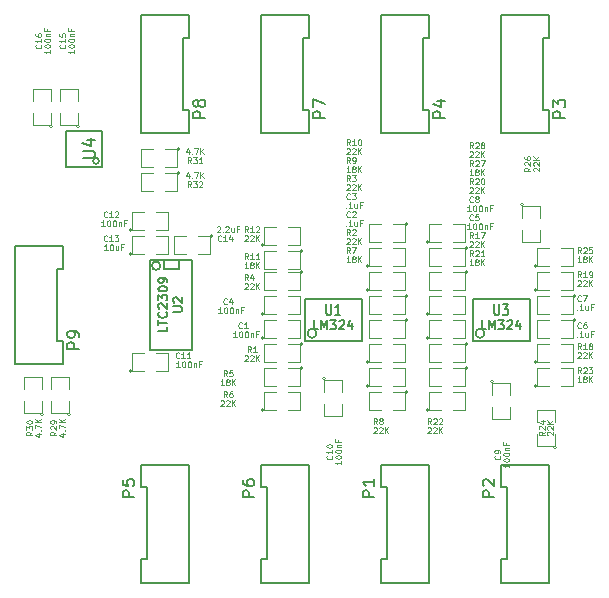
<source format=gto>
G04 (created by PCBNEW (22-Jun-2014 BZR 4027)-stable) date sam 25 jui 2015 15:37:35 CEST*
%MOIN*%
G04 Gerber Fmt 3.4, Leading zero omitted, Abs format*
%FSLAX34Y34*%
G01*
G70*
G90*
G04 APERTURE LIST*
%ADD10C,0.00590551*%
%ADD11C,0.0065*%
%ADD12C,0.006*%
%ADD13C,0.005*%
%ADD14C,0.008*%
%ADD15C,0.0039*%
%ADD16C,0.0075*%
%ADD17C,0.0043*%
G04 APERTURE END LIST*
G54D10*
G54D11*
X48900Y-36400D02*
X48900Y-33400D01*
X47500Y-33400D02*
X47500Y-36400D01*
X48900Y-36400D02*
X47500Y-36400D01*
G54D12*
X47500Y-33400D02*
X48900Y-33400D01*
G54D13*
X47841Y-33600D02*
G75*
G03X47841Y-33600I-141J0D01*
G74*
G01*
X48450Y-33400D02*
X48450Y-33700D01*
X48450Y-33700D02*
X47950Y-33700D01*
X47950Y-33700D02*
X47950Y-33400D01*
G54D14*
X58250Y-34700D02*
X60150Y-34700D01*
X60150Y-34700D02*
X60150Y-36100D01*
X60150Y-36100D02*
X58250Y-36100D01*
X58250Y-36100D02*
X58250Y-34700D01*
X58650Y-35850D02*
G75*
G03X58650Y-35850I-150J0D01*
G74*
G01*
X52650Y-34700D02*
X54550Y-34700D01*
X54550Y-34700D02*
X54550Y-36100D01*
X54550Y-36100D02*
X52650Y-36100D01*
X52650Y-36100D02*
X52650Y-34700D01*
X53050Y-35850D02*
G75*
G03X53050Y-35850I-150J0D01*
G74*
G01*
G54D15*
X60400Y-36800D02*
G75*
G03X60400Y-36800I-50J0D01*
G74*
G01*
X60800Y-36800D02*
X60400Y-36800D01*
X60400Y-36800D02*
X60400Y-36200D01*
X60400Y-36200D02*
X60800Y-36200D01*
X61200Y-36200D02*
X61600Y-36200D01*
X61600Y-36200D02*
X61600Y-36800D01*
X61600Y-36800D02*
X61200Y-36800D01*
X51300Y-32900D02*
G75*
G03X51300Y-32900I-50J0D01*
G74*
G01*
X51700Y-32900D02*
X51300Y-32900D01*
X51300Y-32900D02*
X51300Y-32300D01*
X51300Y-32300D02*
X51700Y-32300D01*
X52100Y-32300D02*
X52500Y-32300D01*
X52500Y-32300D02*
X52500Y-32900D01*
X52500Y-32900D02*
X52100Y-32900D01*
X58100Y-36200D02*
G75*
G03X58100Y-36200I-50J0D01*
G74*
G01*
X57600Y-36200D02*
X58000Y-36200D01*
X58000Y-36200D02*
X58000Y-36800D01*
X58000Y-36800D02*
X57600Y-36800D01*
X57200Y-36800D02*
X56800Y-36800D01*
X56800Y-36800D02*
X56800Y-36200D01*
X56800Y-36200D02*
X57200Y-36200D01*
X58100Y-37000D02*
G75*
G03X58100Y-37000I-50J0D01*
G74*
G01*
X57600Y-37000D02*
X58000Y-37000D01*
X58000Y-37000D02*
X58000Y-37600D01*
X58000Y-37600D02*
X57600Y-37600D01*
X57200Y-37600D02*
X56800Y-37600D01*
X56800Y-37600D02*
X56800Y-37000D01*
X56800Y-37000D02*
X57200Y-37000D01*
X56800Y-36000D02*
G75*
G03X56800Y-36000I-50J0D01*
G74*
G01*
X57200Y-36000D02*
X56800Y-36000D01*
X56800Y-36000D02*
X56800Y-35400D01*
X56800Y-35400D02*
X57200Y-35400D01*
X57600Y-35400D02*
X58000Y-35400D01*
X58000Y-35400D02*
X58000Y-36000D01*
X58000Y-36000D02*
X57600Y-36000D01*
X56800Y-38400D02*
G75*
G03X56800Y-38400I-50J0D01*
G74*
G01*
X57200Y-38400D02*
X56800Y-38400D01*
X56800Y-38400D02*
X56800Y-37800D01*
X56800Y-37800D02*
X57200Y-37800D01*
X57600Y-37800D02*
X58000Y-37800D01*
X58000Y-37800D02*
X58000Y-38400D01*
X58000Y-38400D02*
X57600Y-38400D01*
X51300Y-35200D02*
G75*
G03X51300Y-35200I-50J0D01*
G74*
G01*
X51700Y-35200D02*
X51300Y-35200D01*
X51300Y-35200D02*
X51300Y-34600D01*
X51300Y-34600D02*
X51700Y-34600D01*
X52100Y-34600D02*
X52500Y-34600D01*
X52500Y-34600D02*
X52500Y-35200D01*
X52500Y-35200D02*
X52100Y-35200D01*
X60400Y-37600D02*
G75*
G03X60400Y-37600I-50J0D01*
G74*
G01*
X60800Y-37600D02*
X60400Y-37600D01*
X60400Y-37600D02*
X60400Y-37000D01*
X60400Y-37000D02*
X60800Y-37000D01*
X61200Y-37000D02*
X61600Y-37000D01*
X61600Y-37000D02*
X61600Y-37600D01*
X61600Y-37600D02*
X61200Y-37600D01*
X61700Y-35400D02*
G75*
G03X61700Y-35400I-50J0D01*
G74*
G01*
X61200Y-35400D02*
X61600Y-35400D01*
X61600Y-35400D02*
X61600Y-36000D01*
X61600Y-36000D02*
X61200Y-36000D01*
X60800Y-36000D02*
X60400Y-36000D01*
X60400Y-36000D02*
X60400Y-35400D01*
X60400Y-35400D02*
X60800Y-35400D01*
X61050Y-39650D02*
G75*
G03X61050Y-39650I-50J0D01*
G74*
G01*
X61000Y-39200D02*
X61000Y-39600D01*
X61000Y-39600D02*
X60400Y-39600D01*
X60400Y-39600D02*
X60400Y-39200D01*
X60400Y-38800D02*
X60400Y-38400D01*
X60400Y-38400D02*
X61000Y-38400D01*
X61000Y-38400D02*
X61000Y-38800D01*
X60400Y-34400D02*
G75*
G03X60400Y-34400I-50J0D01*
G74*
G01*
X60800Y-34400D02*
X60400Y-34400D01*
X60400Y-34400D02*
X60400Y-33800D01*
X60400Y-33800D02*
X60800Y-33800D01*
X61200Y-33800D02*
X61600Y-33800D01*
X61600Y-33800D02*
X61600Y-34400D01*
X61600Y-34400D02*
X61200Y-34400D01*
X60400Y-33600D02*
G75*
G03X60400Y-33600I-50J0D01*
G74*
G01*
X60800Y-33600D02*
X60400Y-33600D01*
X60400Y-33600D02*
X60400Y-33000D01*
X60400Y-33000D02*
X60800Y-33000D01*
X61200Y-33000D02*
X61600Y-33000D01*
X61600Y-33000D02*
X61600Y-33600D01*
X61600Y-33600D02*
X61200Y-33600D01*
X61700Y-34600D02*
G75*
G03X61700Y-34600I-50J0D01*
G74*
G01*
X61200Y-34600D02*
X61600Y-34600D01*
X61600Y-34600D02*
X61600Y-35200D01*
X61600Y-35200D02*
X61200Y-35200D01*
X60800Y-35200D02*
X60400Y-35200D01*
X60400Y-35200D02*
X60400Y-34600D01*
X60400Y-34600D02*
X60800Y-34600D01*
X59950Y-31550D02*
G75*
G03X59950Y-31550I-50J0D01*
G74*
G01*
X59900Y-32000D02*
X59900Y-31600D01*
X59900Y-31600D02*
X60500Y-31600D01*
X60500Y-31600D02*
X60500Y-32000D01*
X60500Y-32400D02*
X60500Y-32800D01*
X60500Y-32800D02*
X59900Y-32800D01*
X59900Y-32800D02*
X59900Y-32400D01*
X58100Y-33800D02*
G75*
G03X58100Y-33800I-50J0D01*
G74*
G01*
X57600Y-33800D02*
X58000Y-33800D01*
X58000Y-33800D02*
X58000Y-34400D01*
X58000Y-34400D02*
X57600Y-34400D01*
X57200Y-34400D02*
X56800Y-34400D01*
X56800Y-34400D02*
X56800Y-33800D01*
X56800Y-33800D02*
X57200Y-33800D01*
X58100Y-33000D02*
G75*
G03X58100Y-33000I-50J0D01*
G74*
G01*
X57600Y-33000D02*
X58000Y-33000D01*
X58000Y-33000D02*
X58000Y-33600D01*
X58000Y-33600D02*
X57600Y-33600D01*
X57200Y-33600D02*
X56800Y-33600D01*
X56800Y-33600D02*
X56800Y-33000D01*
X56800Y-33000D02*
X57200Y-33000D01*
X56800Y-35200D02*
G75*
G03X56800Y-35200I-50J0D01*
G74*
G01*
X57200Y-35200D02*
X56800Y-35200D01*
X56800Y-35200D02*
X56800Y-34600D01*
X56800Y-34600D02*
X57200Y-34600D01*
X57600Y-34600D02*
X58000Y-34600D01*
X58000Y-34600D02*
X58000Y-35200D01*
X58000Y-35200D02*
X57600Y-35200D01*
X56800Y-32800D02*
G75*
G03X56800Y-32800I-50J0D01*
G74*
G01*
X57200Y-32800D02*
X56800Y-32800D01*
X56800Y-32800D02*
X56800Y-32200D01*
X56800Y-32200D02*
X57200Y-32200D01*
X57600Y-32200D02*
X58000Y-32200D01*
X58000Y-32200D02*
X58000Y-32800D01*
X58000Y-32800D02*
X57600Y-32800D01*
X52600Y-33100D02*
G75*
G03X52600Y-33100I-50J0D01*
G74*
G01*
X52100Y-33100D02*
X52500Y-33100D01*
X52500Y-33100D02*
X52500Y-33700D01*
X52500Y-33700D02*
X52100Y-33700D01*
X51700Y-33700D02*
X51300Y-33700D01*
X51300Y-33700D02*
X51300Y-33100D01*
X51300Y-33100D02*
X51700Y-33100D01*
X52600Y-36200D02*
G75*
G03X52600Y-36200I-50J0D01*
G74*
G01*
X52100Y-36200D02*
X52500Y-36200D01*
X52500Y-36200D02*
X52500Y-36800D01*
X52500Y-36800D02*
X52100Y-36800D01*
X51700Y-36800D02*
X51300Y-36800D01*
X51300Y-36800D02*
X51300Y-36200D01*
X51300Y-36200D02*
X51700Y-36200D01*
X52600Y-37000D02*
G75*
G03X52600Y-37000I-50J0D01*
G74*
G01*
X52100Y-37000D02*
X52500Y-37000D01*
X52500Y-37000D02*
X52500Y-37600D01*
X52500Y-37600D02*
X52100Y-37600D01*
X51700Y-37600D02*
X51300Y-37600D01*
X51300Y-37600D02*
X51300Y-37000D01*
X51300Y-37000D02*
X51700Y-37000D01*
X51300Y-36000D02*
G75*
G03X51300Y-36000I-50J0D01*
G74*
G01*
X51700Y-36000D02*
X51300Y-36000D01*
X51300Y-36000D02*
X51300Y-35400D01*
X51300Y-35400D02*
X51700Y-35400D01*
X52100Y-35400D02*
X52500Y-35400D01*
X52500Y-35400D02*
X52500Y-36000D01*
X52500Y-36000D02*
X52100Y-36000D01*
X51300Y-38400D02*
G75*
G03X51300Y-38400I-50J0D01*
G74*
G01*
X51700Y-38400D02*
X51300Y-38400D01*
X51300Y-38400D02*
X51300Y-37800D01*
X51300Y-37800D02*
X51700Y-37800D01*
X52100Y-37800D02*
X52500Y-37800D01*
X52500Y-37800D02*
X52500Y-38400D01*
X52500Y-38400D02*
X52100Y-38400D01*
X54800Y-36800D02*
G75*
G03X54800Y-36800I-50J0D01*
G74*
G01*
X55200Y-36800D02*
X54800Y-36800D01*
X54800Y-36800D02*
X54800Y-36200D01*
X54800Y-36200D02*
X55200Y-36200D01*
X55600Y-36200D02*
X56000Y-36200D01*
X56000Y-36200D02*
X56000Y-36800D01*
X56000Y-36800D02*
X55600Y-36800D01*
X54800Y-37600D02*
G75*
G03X54800Y-37600I-50J0D01*
G74*
G01*
X55200Y-37600D02*
X54800Y-37600D01*
X54800Y-37600D02*
X54800Y-37000D01*
X54800Y-37000D02*
X55200Y-37000D01*
X55600Y-37000D02*
X56000Y-37000D01*
X56000Y-37000D02*
X56000Y-37600D01*
X56000Y-37600D02*
X55600Y-37600D01*
X56100Y-35400D02*
G75*
G03X56100Y-35400I-50J0D01*
G74*
G01*
X55600Y-35400D02*
X56000Y-35400D01*
X56000Y-35400D02*
X56000Y-36000D01*
X56000Y-36000D02*
X55600Y-36000D01*
X55200Y-36000D02*
X54800Y-36000D01*
X54800Y-36000D02*
X54800Y-35400D01*
X54800Y-35400D02*
X55200Y-35400D01*
X56100Y-37800D02*
G75*
G03X56100Y-37800I-50J0D01*
G74*
G01*
X55600Y-37800D02*
X56000Y-37800D01*
X56000Y-37800D02*
X56000Y-38400D01*
X56000Y-38400D02*
X55600Y-38400D01*
X55200Y-38400D02*
X54800Y-38400D01*
X54800Y-38400D02*
X54800Y-37800D01*
X54800Y-37800D02*
X55200Y-37800D01*
X54800Y-34400D02*
G75*
G03X54800Y-34400I-50J0D01*
G74*
G01*
X55200Y-34400D02*
X54800Y-34400D01*
X54800Y-34400D02*
X54800Y-33800D01*
X54800Y-33800D02*
X55200Y-33800D01*
X55600Y-33800D02*
X56000Y-33800D01*
X56000Y-33800D02*
X56000Y-34400D01*
X56000Y-34400D02*
X55600Y-34400D01*
X54800Y-33600D02*
G75*
G03X54800Y-33600I-50J0D01*
G74*
G01*
X55200Y-33600D02*
X54800Y-33600D01*
X54800Y-33600D02*
X54800Y-33000D01*
X54800Y-33000D02*
X55200Y-33000D01*
X55600Y-33000D02*
X56000Y-33000D01*
X56000Y-33000D02*
X56000Y-33600D01*
X56000Y-33600D02*
X55600Y-33600D01*
X56100Y-34600D02*
G75*
G03X56100Y-34600I-50J0D01*
G74*
G01*
X55600Y-34600D02*
X56000Y-34600D01*
X56000Y-34600D02*
X56000Y-35200D01*
X56000Y-35200D02*
X55600Y-35200D01*
X55200Y-35200D02*
X54800Y-35200D01*
X54800Y-35200D02*
X54800Y-34600D01*
X54800Y-34600D02*
X55200Y-34600D01*
X56100Y-32200D02*
G75*
G03X56100Y-32200I-50J0D01*
G74*
G01*
X55600Y-32200D02*
X56000Y-32200D01*
X56000Y-32200D02*
X56000Y-32800D01*
X56000Y-32800D02*
X55600Y-32800D01*
X55200Y-32800D02*
X54800Y-32800D01*
X54800Y-32800D02*
X54800Y-32200D01*
X54800Y-32200D02*
X55200Y-32200D01*
X52600Y-33800D02*
G75*
G03X52600Y-33800I-50J0D01*
G74*
G01*
X52100Y-33800D02*
X52500Y-33800D01*
X52500Y-33800D02*
X52500Y-34400D01*
X52500Y-34400D02*
X52100Y-34400D01*
X51700Y-34400D02*
X51300Y-34400D01*
X51300Y-34400D02*
X51300Y-33800D01*
X51300Y-33800D02*
X51700Y-33800D01*
X58950Y-37450D02*
G75*
G03X58950Y-37450I-50J0D01*
G74*
G01*
X58900Y-37900D02*
X58900Y-37500D01*
X58900Y-37500D02*
X59500Y-37500D01*
X59500Y-37500D02*
X59500Y-37900D01*
X59500Y-38300D02*
X59500Y-38700D01*
X59500Y-38700D02*
X58900Y-38700D01*
X58900Y-38700D02*
X58900Y-38300D01*
X53350Y-37350D02*
G75*
G03X53350Y-37350I-50J0D01*
G74*
G01*
X53300Y-37800D02*
X53300Y-37400D01*
X53300Y-37400D02*
X53900Y-37400D01*
X53900Y-37400D02*
X53900Y-37800D01*
X53900Y-38200D02*
X53900Y-38600D01*
X53900Y-38600D02*
X53300Y-38600D01*
X53300Y-38600D02*
X53300Y-38200D01*
X46900Y-37100D02*
G75*
G03X46900Y-37100I-50J0D01*
G74*
G01*
X47300Y-37100D02*
X46900Y-37100D01*
X46900Y-37100D02*
X46900Y-36500D01*
X46900Y-36500D02*
X47300Y-36500D01*
X47700Y-36500D02*
X48100Y-36500D01*
X48100Y-36500D02*
X48100Y-37100D01*
X48100Y-37100D02*
X47700Y-37100D01*
X46900Y-32400D02*
G75*
G03X46900Y-32400I-50J0D01*
G74*
G01*
X47300Y-32400D02*
X46900Y-32400D01*
X46900Y-32400D02*
X46900Y-31800D01*
X46900Y-31800D02*
X47300Y-31800D01*
X47700Y-31800D02*
X48100Y-31800D01*
X48100Y-31800D02*
X48100Y-32400D01*
X48100Y-32400D02*
X47700Y-32400D01*
X46900Y-33200D02*
G75*
G03X46900Y-33200I-50J0D01*
G74*
G01*
X47300Y-33200D02*
X46900Y-33200D01*
X46900Y-33200D02*
X46900Y-32600D01*
X46900Y-32600D02*
X47300Y-32600D01*
X47700Y-32600D02*
X48100Y-32600D01*
X48100Y-32600D02*
X48100Y-33200D01*
X48100Y-33200D02*
X47700Y-33200D01*
X49600Y-32600D02*
G75*
G03X49600Y-32600I-50J0D01*
G74*
G01*
X49100Y-32600D02*
X49500Y-32600D01*
X49500Y-32600D02*
X49500Y-33200D01*
X49500Y-33200D02*
X49100Y-33200D01*
X48700Y-33200D02*
X48300Y-33200D01*
X48300Y-33200D02*
X48300Y-32600D01*
X48300Y-32600D02*
X48700Y-32600D01*
X44250Y-28950D02*
G75*
G03X44250Y-28950I-50J0D01*
G74*
G01*
X44200Y-28500D02*
X44200Y-28900D01*
X44200Y-28900D02*
X43600Y-28900D01*
X43600Y-28900D02*
X43600Y-28500D01*
X43600Y-28100D02*
X43600Y-27700D01*
X43600Y-27700D02*
X44200Y-27700D01*
X44200Y-27700D02*
X44200Y-28100D01*
X45150Y-28950D02*
G75*
G03X45150Y-28950I-50J0D01*
G74*
G01*
X45100Y-28500D02*
X45100Y-28900D01*
X45100Y-28900D02*
X44500Y-28900D01*
X44500Y-28900D02*
X44500Y-28500D01*
X44500Y-28100D02*
X44500Y-27700D01*
X44500Y-27700D02*
X45100Y-27700D01*
X45100Y-27700D02*
X45100Y-28100D01*
G54D12*
X45800Y-30100D02*
G75*
G03X45800Y-30100I-100J0D01*
G74*
G01*
X45900Y-29100D02*
X45900Y-30300D01*
X45900Y-30300D02*
X44700Y-30300D01*
X44700Y-30300D02*
X44700Y-29100D01*
X44700Y-29100D02*
X45900Y-29100D01*
G54D15*
X48500Y-29700D02*
G75*
G03X48500Y-29700I-50J0D01*
G74*
G01*
X48000Y-29700D02*
X48400Y-29700D01*
X48400Y-29700D02*
X48400Y-30300D01*
X48400Y-30300D02*
X48000Y-30300D01*
X47600Y-30300D02*
X47200Y-30300D01*
X47200Y-30300D02*
X47200Y-29700D01*
X47200Y-29700D02*
X47600Y-29700D01*
X48500Y-30500D02*
G75*
G03X48500Y-30500I-50J0D01*
G74*
G01*
X48000Y-30500D02*
X48400Y-30500D01*
X48400Y-30500D02*
X48400Y-31100D01*
X48400Y-31100D02*
X48000Y-31100D01*
X47600Y-31100D02*
X47200Y-31100D01*
X47200Y-31100D02*
X47200Y-30500D01*
X47200Y-30500D02*
X47600Y-30500D01*
X44850Y-38550D02*
G75*
G03X44850Y-38550I-50J0D01*
G74*
G01*
X44800Y-38100D02*
X44800Y-38500D01*
X44800Y-38500D02*
X44200Y-38500D01*
X44200Y-38500D02*
X44200Y-38100D01*
X44200Y-37700D02*
X44200Y-37300D01*
X44200Y-37300D02*
X44800Y-37300D01*
X44800Y-37300D02*
X44800Y-37700D01*
X43950Y-38550D02*
G75*
G03X43950Y-38550I-50J0D01*
G74*
G01*
X43900Y-38100D02*
X43900Y-38500D01*
X43900Y-38500D02*
X43300Y-38500D01*
X43300Y-38500D02*
X43300Y-38100D01*
X43300Y-37700D02*
X43300Y-37300D01*
X43300Y-37300D02*
X43900Y-37300D01*
X43900Y-37300D02*
X43900Y-37700D01*
G54D10*
X55210Y-40230D02*
X55210Y-40980D01*
X55210Y-40980D02*
X55400Y-40980D01*
X55400Y-40980D02*
X55400Y-43390D01*
X55400Y-43390D02*
X55210Y-43390D01*
X55210Y-43390D02*
X55210Y-44170D01*
X56787Y-40231D02*
X56787Y-44168D01*
X56787Y-44168D02*
X55212Y-44168D01*
X55212Y-40231D02*
X56787Y-40231D01*
X59210Y-40230D02*
X59210Y-40980D01*
X59210Y-40980D02*
X59400Y-40980D01*
X59400Y-40980D02*
X59400Y-43390D01*
X59400Y-43390D02*
X59210Y-43390D01*
X59210Y-43390D02*
X59210Y-44170D01*
X60787Y-40231D02*
X60787Y-44168D01*
X60787Y-44168D02*
X59212Y-44168D01*
X59212Y-40231D02*
X60787Y-40231D01*
X60790Y-29170D02*
X60790Y-28420D01*
X60790Y-28420D02*
X60600Y-28420D01*
X60600Y-28420D02*
X60600Y-26010D01*
X60600Y-26010D02*
X60790Y-26010D01*
X60790Y-26010D02*
X60790Y-25230D01*
X59212Y-29168D02*
X59212Y-25231D01*
X59212Y-25231D02*
X60787Y-25231D01*
X60787Y-29168D02*
X59212Y-29168D01*
X56790Y-29170D02*
X56790Y-28420D01*
X56790Y-28420D02*
X56600Y-28420D01*
X56600Y-28420D02*
X56600Y-26010D01*
X56600Y-26010D02*
X56790Y-26010D01*
X56790Y-26010D02*
X56790Y-25230D01*
X55212Y-29168D02*
X55212Y-25231D01*
X55212Y-25231D02*
X56787Y-25231D01*
X56787Y-29168D02*
X55212Y-29168D01*
X47210Y-40230D02*
X47210Y-40980D01*
X47210Y-40980D02*
X47400Y-40980D01*
X47400Y-40980D02*
X47400Y-43390D01*
X47400Y-43390D02*
X47210Y-43390D01*
X47210Y-43390D02*
X47210Y-44170D01*
X48787Y-40231D02*
X48787Y-44168D01*
X48787Y-44168D02*
X47212Y-44168D01*
X47212Y-40231D02*
X48787Y-40231D01*
X51210Y-40230D02*
X51210Y-40980D01*
X51210Y-40980D02*
X51400Y-40980D01*
X51400Y-40980D02*
X51400Y-43390D01*
X51400Y-43390D02*
X51210Y-43390D01*
X51210Y-43390D02*
X51210Y-44170D01*
X52787Y-40231D02*
X52787Y-44168D01*
X52787Y-44168D02*
X51212Y-44168D01*
X51212Y-40231D02*
X52787Y-40231D01*
X52790Y-29170D02*
X52790Y-28420D01*
X52790Y-28420D02*
X52600Y-28420D01*
X52600Y-28420D02*
X52600Y-26010D01*
X52600Y-26010D02*
X52790Y-26010D01*
X52790Y-26010D02*
X52790Y-25230D01*
X51212Y-29168D02*
X51212Y-25231D01*
X51212Y-25231D02*
X52787Y-25231D01*
X52787Y-29168D02*
X51212Y-29168D01*
X48790Y-29170D02*
X48790Y-28420D01*
X48790Y-28420D02*
X48600Y-28420D01*
X48600Y-28420D02*
X48600Y-26010D01*
X48600Y-26010D02*
X48790Y-26010D01*
X48790Y-26010D02*
X48790Y-25230D01*
X47212Y-29168D02*
X47212Y-25231D01*
X47212Y-25231D02*
X48787Y-25231D01*
X48787Y-29168D02*
X47212Y-29168D01*
X44590Y-36870D02*
X44590Y-36120D01*
X44590Y-36120D02*
X44400Y-36120D01*
X44400Y-36120D02*
X44400Y-33710D01*
X44400Y-33710D02*
X44590Y-33710D01*
X44590Y-33710D02*
X44590Y-32930D01*
X43012Y-36868D02*
X43012Y-32931D01*
X43012Y-32931D02*
X44587Y-32931D01*
X44587Y-36868D02*
X43012Y-36868D01*
G54D13*
X48271Y-35128D02*
X48514Y-35128D01*
X48542Y-35114D01*
X48557Y-35100D01*
X48571Y-35071D01*
X48571Y-35014D01*
X48557Y-34985D01*
X48542Y-34971D01*
X48514Y-34957D01*
X48271Y-34957D01*
X48300Y-34828D02*
X48285Y-34814D01*
X48271Y-34785D01*
X48271Y-34714D01*
X48285Y-34685D01*
X48300Y-34671D01*
X48328Y-34657D01*
X48357Y-34657D01*
X48400Y-34671D01*
X48571Y-34842D01*
X48571Y-34657D01*
X48071Y-35642D02*
X48071Y-35785D01*
X47771Y-35785D01*
X47771Y-35585D02*
X47771Y-35414D01*
X48071Y-35499D02*
X47771Y-35499D01*
X48042Y-35142D02*
X48057Y-35157D01*
X48071Y-35200D01*
X48071Y-35228D01*
X48057Y-35271D01*
X48028Y-35300D01*
X48000Y-35314D01*
X47942Y-35328D01*
X47900Y-35328D01*
X47842Y-35314D01*
X47814Y-35300D01*
X47785Y-35271D01*
X47771Y-35228D01*
X47771Y-35200D01*
X47785Y-35157D01*
X47800Y-35142D01*
X47800Y-35028D02*
X47785Y-35014D01*
X47771Y-34985D01*
X47771Y-34914D01*
X47785Y-34885D01*
X47800Y-34871D01*
X47828Y-34857D01*
X47857Y-34857D01*
X47900Y-34871D01*
X48071Y-35042D01*
X48071Y-34857D01*
X47771Y-34757D02*
X47771Y-34571D01*
X47885Y-34671D01*
X47885Y-34628D01*
X47900Y-34600D01*
X47914Y-34585D01*
X47942Y-34571D01*
X48014Y-34571D01*
X48042Y-34585D01*
X48057Y-34600D01*
X48071Y-34628D01*
X48071Y-34714D01*
X48057Y-34742D01*
X48042Y-34757D01*
X47771Y-34385D02*
X47771Y-34357D01*
X47785Y-34328D01*
X47800Y-34314D01*
X47828Y-34300D01*
X47885Y-34285D01*
X47957Y-34285D01*
X48014Y-34300D01*
X48042Y-34314D01*
X48057Y-34328D01*
X48071Y-34357D01*
X48071Y-34385D01*
X48057Y-34414D01*
X48042Y-34428D01*
X48014Y-34442D01*
X47957Y-34457D01*
X47885Y-34457D01*
X47828Y-34442D01*
X47800Y-34428D01*
X47785Y-34414D01*
X47771Y-34385D01*
X48071Y-34142D02*
X48071Y-34085D01*
X48057Y-34057D01*
X48042Y-34042D01*
X48000Y-34014D01*
X47942Y-34000D01*
X47828Y-34000D01*
X47800Y-34014D01*
X47785Y-34028D01*
X47771Y-34057D01*
X47771Y-34114D01*
X47785Y-34142D01*
X47800Y-34157D01*
X47828Y-34171D01*
X47900Y-34171D01*
X47928Y-34157D01*
X47942Y-34142D01*
X47957Y-34114D01*
X47957Y-34057D01*
X47942Y-34028D01*
X47928Y-34014D01*
X47900Y-34000D01*
G54D16*
X58971Y-34891D02*
X58971Y-35175D01*
X58985Y-35208D01*
X59000Y-35225D01*
X59028Y-35241D01*
X59085Y-35241D01*
X59114Y-35225D01*
X59128Y-35208D01*
X59142Y-35175D01*
X59142Y-34891D01*
X59257Y-34891D02*
X59442Y-34891D01*
X59342Y-35025D01*
X59385Y-35025D01*
X59414Y-35041D01*
X59428Y-35058D01*
X59442Y-35091D01*
X59442Y-35175D01*
X59428Y-35208D01*
X59414Y-35225D01*
X59385Y-35241D01*
X59300Y-35241D01*
X59271Y-35225D01*
X59257Y-35208D01*
X58692Y-35721D02*
X58550Y-35721D01*
X58550Y-35421D01*
X58792Y-35721D02*
X58792Y-35421D01*
X58892Y-35635D01*
X58992Y-35421D01*
X58992Y-35721D01*
X59107Y-35421D02*
X59292Y-35421D01*
X59192Y-35535D01*
X59235Y-35535D01*
X59264Y-35550D01*
X59278Y-35564D01*
X59292Y-35592D01*
X59292Y-35664D01*
X59278Y-35692D01*
X59264Y-35707D01*
X59235Y-35721D01*
X59150Y-35721D01*
X59121Y-35707D01*
X59107Y-35692D01*
X59407Y-35450D02*
X59421Y-35435D01*
X59450Y-35421D01*
X59521Y-35421D01*
X59550Y-35435D01*
X59564Y-35450D01*
X59578Y-35478D01*
X59578Y-35507D01*
X59564Y-35550D01*
X59392Y-35721D01*
X59578Y-35721D01*
X59835Y-35521D02*
X59835Y-35721D01*
X59764Y-35407D02*
X59692Y-35621D01*
X59878Y-35621D01*
X53371Y-34891D02*
X53371Y-35175D01*
X53385Y-35208D01*
X53400Y-35225D01*
X53428Y-35241D01*
X53485Y-35241D01*
X53514Y-35225D01*
X53528Y-35208D01*
X53542Y-35175D01*
X53542Y-34891D01*
X53842Y-35241D02*
X53671Y-35241D01*
X53757Y-35241D02*
X53757Y-34891D01*
X53728Y-34941D01*
X53700Y-34975D01*
X53671Y-34991D01*
X53092Y-35721D02*
X52950Y-35721D01*
X52950Y-35421D01*
X53192Y-35721D02*
X53192Y-35421D01*
X53292Y-35635D01*
X53392Y-35421D01*
X53392Y-35721D01*
X53507Y-35421D02*
X53692Y-35421D01*
X53592Y-35535D01*
X53635Y-35535D01*
X53664Y-35550D01*
X53678Y-35564D01*
X53692Y-35592D01*
X53692Y-35664D01*
X53678Y-35692D01*
X53664Y-35707D01*
X53635Y-35721D01*
X53550Y-35721D01*
X53521Y-35707D01*
X53507Y-35692D01*
X53807Y-35450D02*
X53821Y-35435D01*
X53850Y-35421D01*
X53921Y-35421D01*
X53950Y-35435D01*
X53964Y-35450D01*
X53978Y-35478D01*
X53978Y-35507D01*
X53964Y-35550D01*
X53792Y-35721D01*
X53978Y-35721D01*
X54235Y-35521D02*
X54235Y-35721D01*
X54164Y-35407D02*
X54092Y-35621D01*
X54278Y-35621D01*
G54D17*
X61873Y-36379D02*
X61807Y-36285D01*
X61760Y-36379D02*
X61760Y-36182D01*
X61835Y-36182D01*
X61854Y-36192D01*
X61863Y-36201D01*
X61873Y-36220D01*
X61873Y-36248D01*
X61863Y-36267D01*
X61854Y-36276D01*
X61835Y-36285D01*
X61760Y-36285D01*
X62060Y-36379D02*
X61948Y-36379D01*
X62004Y-36379D02*
X62004Y-36182D01*
X61985Y-36210D01*
X61967Y-36229D01*
X61948Y-36239D01*
X62173Y-36267D02*
X62154Y-36257D01*
X62145Y-36248D01*
X62136Y-36229D01*
X62136Y-36220D01*
X62145Y-36201D01*
X62154Y-36192D01*
X62173Y-36182D01*
X62211Y-36182D01*
X62229Y-36192D01*
X62239Y-36201D01*
X62248Y-36220D01*
X62248Y-36229D01*
X62239Y-36248D01*
X62229Y-36257D01*
X62211Y-36267D01*
X62173Y-36267D01*
X62154Y-36276D01*
X62145Y-36285D01*
X62136Y-36304D01*
X62136Y-36342D01*
X62145Y-36360D01*
X62154Y-36370D01*
X62173Y-36379D01*
X62211Y-36379D01*
X62229Y-36370D01*
X62239Y-36360D01*
X62248Y-36342D01*
X62248Y-36304D01*
X62239Y-36285D01*
X62229Y-36276D01*
X62211Y-36267D01*
X61751Y-36501D02*
X61760Y-36492D01*
X61779Y-36482D01*
X61826Y-36482D01*
X61845Y-36492D01*
X61854Y-36501D01*
X61863Y-36520D01*
X61863Y-36539D01*
X61854Y-36567D01*
X61742Y-36679D01*
X61863Y-36679D01*
X61939Y-36501D02*
X61948Y-36492D01*
X61967Y-36482D01*
X62014Y-36482D01*
X62032Y-36492D01*
X62042Y-36501D01*
X62051Y-36520D01*
X62051Y-36539D01*
X62042Y-36567D01*
X61929Y-36679D01*
X62051Y-36679D01*
X62136Y-36679D02*
X62136Y-36482D01*
X62248Y-36679D02*
X62164Y-36567D01*
X62248Y-36482D02*
X62136Y-36595D01*
X50773Y-32479D02*
X50707Y-32385D01*
X50660Y-32479D02*
X50660Y-32282D01*
X50735Y-32282D01*
X50754Y-32292D01*
X50763Y-32301D01*
X50773Y-32320D01*
X50773Y-32348D01*
X50763Y-32367D01*
X50754Y-32376D01*
X50735Y-32385D01*
X50660Y-32385D01*
X50960Y-32479D02*
X50848Y-32479D01*
X50904Y-32479D02*
X50904Y-32282D01*
X50885Y-32310D01*
X50867Y-32329D01*
X50848Y-32339D01*
X51036Y-32301D02*
X51045Y-32292D01*
X51064Y-32282D01*
X51111Y-32282D01*
X51129Y-32292D01*
X51139Y-32301D01*
X51148Y-32320D01*
X51148Y-32339D01*
X51139Y-32367D01*
X51026Y-32479D01*
X51148Y-32479D01*
X50651Y-32601D02*
X50660Y-32592D01*
X50679Y-32582D01*
X50726Y-32582D01*
X50745Y-32592D01*
X50754Y-32601D01*
X50763Y-32620D01*
X50763Y-32639D01*
X50754Y-32667D01*
X50642Y-32779D01*
X50763Y-32779D01*
X50839Y-32601D02*
X50848Y-32592D01*
X50867Y-32582D01*
X50914Y-32582D01*
X50932Y-32592D01*
X50942Y-32601D01*
X50951Y-32620D01*
X50951Y-32639D01*
X50942Y-32667D01*
X50829Y-32779D01*
X50951Y-32779D01*
X51036Y-32779D02*
X51036Y-32582D01*
X51148Y-32779D02*
X51064Y-32667D01*
X51148Y-32582D02*
X51036Y-32695D01*
X58273Y-32679D02*
X58207Y-32585D01*
X58160Y-32679D02*
X58160Y-32482D01*
X58235Y-32482D01*
X58254Y-32492D01*
X58263Y-32501D01*
X58273Y-32520D01*
X58273Y-32548D01*
X58263Y-32567D01*
X58254Y-32576D01*
X58235Y-32585D01*
X58160Y-32585D01*
X58460Y-32679D02*
X58348Y-32679D01*
X58404Y-32679D02*
X58404Y-32482D01*
X58385Y-32510D01*
X58367Y-32529D01*
X58348Y-32539D01*
X58526Y-32482D02*
X58657Y-32482D01*
X58573Y-32679D01*
X58151Y-32801D02*
X58160Y-32792D01*
X58179Y-32782D01*
X58226Y-32782D01*
X58245Y-32792D01*
X58254Y-32801D01*
X58263Y-32820D01*
X58263Y-32839D01*
X58254Y-32867D01*
X58142Y-32979D01*
X58263Y-32979D01*
X58339Y-32801D02*
X58348Y-32792D01*
X58367Y-32782D01*
X58414Y-32782D01*
X58432Y-32792D01*
X58442Y-32801D01*
X58451Y-32820D01*
X58451Y-32839D01*
X58442Y-32867D01*
X58329Y-32979D01*
X58451Y-32979D01*
X58536Y-32979D02*
X58536Y-32782D01*
X58648Y-32979D02*
X58564Y-32867D01*
X58648Y-32782D02*
X58536Y-32895D01*
X58273Y-33279D02*
X58207Y-33185D01*
X58160Y-33279D02*
X58160Y-33082D01*
X58235Y-33082D01*
X58254Y-33092D01*
X58263Y-33101D01*
X58273Y-33120D01*
X58273Y-33148D01*
X58263Y-33167D01*
X58254Y-33176D01*
X58235Y-33185D01*
X58160Y-33185D01*
X58348Y-33101D02*
X58357Y-33092D01*
X58376Y-33082D01*
X58423Y-33082D01*
X58442Y-33092D01*
X58451Y-33101D01*
X58460Y-33120D01*
X58460Y-33139D01*
X58451Y-33167D01*
X58339Y-33279D01*
X58460Y-33279D01*
X58648Y-33279D02*
X58536Y-33279D01*
X58592Y-33279D02*
X58592Y-33082D01*
X58573Y-33110D01*
X58554Y-33129D01*
X58536Y-33139D01*
X58263Y-33579D02*
X58151Y-33579D01*
X58207Y-33579D02*
X58207Y-33382D01*
X58188Y-33410D01*
X58170Y-33429D01*
X58151Y-33439D01*
X58376Y-33467D02*
X58357Y-33457D01*
X58348Y-33448D01*
X58339Y-33429D01*
X58339Y-33420D01*
X58348Y-33401D01*
X58357Y-33392D01*
X58376Y-33382D01*
X58414Y-33382D01*
X58432Y-33392D01*
X58442Y-33401D01*
X58451Y-33420D01*
X58451Y-33429D01*
X58442Y-33448D01*
X58432Y-33457D01*
X58414Y-33467D01*
X58376Y-33467D01*
X58357Y-33476D01*
X58348Y-33485D01*
X58339Y-33504D01*
X58339Y-33542D01*
X58348Y-33560D01*
X58357Y-33570D01*
X58376Y-33579D01*
X58414Y-33579D01*
X58432Y-33570D01*
X58442Y-33560D01*
X58451Y-33542D01*
X58451Y-33504D01*
X58442Y-33485D01*
X58432Y-33476D01*
X58414Y-33467D01*
X58536Y-33579D02*
X58536Y-33382D01*
X58648Y-33579D02*
X58564Y-33467D01*
X58648Y-33382D02*
X58536Y-33495D01*
X58267Y-32060D02*
X58257Y-32070D01*
X58229Y-32079D01*
X58210Y-32079D01*
X58182Y-32070D01*
X58163Y-32051D01*
X58154Y-32032D01*
X58145Y-31995D01*
X58145Y-31967D01*
X58154Y-31929D01*
X58163Y-31910D01*
X58182Y-31892D01*
X58210Y-31882D01*
X58229Y-31882D01*
X58257Y-31892D01*
X58267Y-31901D01*
X58445Y-31882D02*
X58351Y-31882D01*
X58342Y-31976D01*
X58351Y-31967D01*
X58370Y-31957D01*
X58417Y-31957D01*
X58436Y-31967D01*
X58445Y-31976D01*
X58454Y-31995D01*
X58454Y-32042D01*
X58445Y-32060D01*
X58436Y-32070D01*
X58417Y-32079D01*
X58370Y-32079D01*
X58351Y-32070D01*
X58342Y-32060D01*
X58195Y-32379D02*
X58082Y-32379D01*
X58138Y-32379D02*
X58138Y-32182D01*
X58120Y-32210D01*
X58101Y-32229D01*
X58082Y-32239D01*
X58317Y-32182D02*
X58335Y-32182D01*
X58354Y-32192D01*
X58363Y-32201D01*
X58373Y-32220D01*
X58382Y-32257D01*
X58382Y-32304D01*
X58373Y-32342D01*
X58363Y-32360D01*
X58354Y-32370D01*
X58335Y-32379D01*
X58317Y-32379D01*
X58298Y-32370D01*
X58288Y-32360D01*
X58279Y-32342D01*
X58270Y-32304D01*
X58270Y-32257D01*
X58279Y-32220D01*
X58288Y-32201D01*
X58298Y-32192D01*
X58317Y-32182D01*
X58504Y-32182D02*
X58523Y-32182D01*
X58542Y-32192D01*
X58551Y-32201D01*
X58560Y-32220D01*
X58570Y-32257D01*
X58570Y-32304D01*
X58560Y-32342D01*
X58551Y-32360D01*
X58542Y-32370D01*
X58523Y-32379D01*
X58504Y-32379D01*
X58485Y-32370D01*
X58476Y-32360D01*
X58467Y-32342D01*
X58457Y-32304D01*
X58457Y-32257D01*
X58467Y-32220D01*
X58476Y-32201D01*
X58485Y-32192D01*
X58504Y-32182D01*
X58654Y-32248D02*
X58654Y-32379D01*
X58654Y-32267D02*
X58664Y-32257D01*
X58682Y-32248D01*
X58711Y-32248D01*
X58729Y-32257D01*
X58739Y-32276D01*
X58739Y-32379D01*
X58898Y-32276D02*
X58833Y-32276D01*
X58833Y-32379D02*
X58833Y-32182D01*
X58926Y-32182D01*
X56873Y-38879D02*
X56807Y-38785D01*
X56760Y-38879D02*
X56760Y-38682D01*
X56835Y-38682D01*
X56854Y-38692D01*
X56863Y-38701D01*
X56873Y-38720D01*
X56873Y-38748D01*
X56863Y-38767D01*
X56854Y-38776D01*
X56835Y-38785D01*
X56760Y-38785D01*
X56948Y-38701D02*
X56957Y-38692D01*
X56976Y-38682D01*
X57023Y-38682D01*
X57042Y-38692D01*
X57051Y-38701D01*
X57060Y-38720D01*
X57060Y-38739D01*
X57051Y-38767D01*
X56939Y-38879D01*
X57060Y-38879D01*
X57136Y-38701D02*
X57145Y-38692D01*
X57164Y-38682D01*
X57211Y-38682D01*
X57229Y-38692D01*
X57239Y-38701D01*
X57248Y-38720D01*
X57248Y-38739D01*
X57239Y-38767D01*
X57126Y-38879D01*
X57248Y-38879D01*
X56751Y-39001D02*
X56760Y-38992D01*
X56779Y-38982D01*
X56826Y-38982D01*
X56845Y-38992D01*
X56854Y-39001D01*
X56863Y-39020D01*
X56863Y-39039D01*
X56854Y-39067D01*
X56742Y-39179D01*
X56863Y-39179D01*
X56939Y-39001D02*
X56948Y-38992D01*
X56967Y-38982D01*
X57014Y-38982D01*
X57032Y-38992D01*
X57042Y-39001D01*
X57051Y-39020D01*
X57051Y-39039D01*
X57042Y-39067D01*
X56929Y-39179D01*
X57051Y-39179D01*
X57136Y-39179D02*
X57136Y-38982D01*
X57248Y-39179D02*
X57164Y-39067D01*
X57248Y-38982D02*
X57136Y-39095D01*
X50067Y-34860D02*
X50057Y-34870D01*
X50029Y-34879D01*
X50010Y-34879D01*
X49982Y-34870D01*
X49963Y-34851D01*
X49954Y-34832D01*
X49945Y-34795D01*
X49945Y-34767D01*
X49954Y-34729D01*
X49963Y-34710D01*
X49982Y-34692D01*
X50010Y-34682D01*
X50029Y-34682D01*
X50057Y-34692D01*
X50067Y-34701D01*
X50236Y-34748D02*
X50236Y-34879D01*
X50189Y-34673D02*
X50142Y-34814D01*
X50264Y-34814D01*
X49895Y-35179D02*
X49782Y-35179D01*
X49838Y-35179D02*
X49838Y-34982D01*
X49820Y-35010D01*
X49801Y-35029D01*
X49782Y-35039D01*
X50017Y-34982D02*
X50035Y-34982D01*
X50054Y-34992D01*
X50063Y-35001D01*
X50073Y-35020D01*
X50082Y-35057D01*
X50082Y-35104D01*
X50073Y-35142D01*
X50063Y-35160D01*
X50054Y-35170D01*
X50035Y-35179D01*
X50017Y-35179D01*
X49998Y-35170D01*
X49988Y-35160D01*
X49979Y-35142D01*
X49970Y-35104D01*
X49970Y-35057D01*
X49979Y-35020D01*
X49988Y-35001D01*
X49998Y-34992D01*
X50017Y-34982D01*
X50204Y-34982D02*
X50223Y-34982D01*
X50242Y-34992D01*
X50251Y-35001D01*
X50260Y-35020D01*
X50270Y-35057D01*
X50270Y-35104D01*
X50260Y-35142D01*
X50251Y-35160D01*
X50242Y-35170D01*
X50223Y-35179D01*
X50204Y-35179D01*
X50185Y-35170D01*
X50176Y-35160D01*
X50167Y-35142D01*
X50157Y-35104D01*
X50157Y-35057D01*
X50167Y-35020D01*
X50176Y-35001D01*
X50185Y-34992D01*
X50204Y-34982D01*
X50354Y-35048D02*
X50354Y-35179D01*
X50354Y-35067D02*
X50364Y-35057D01*
X50382Y-35048D01*
X50411Y-35048D01*
X50429Y-35057D01*
X50439Y-35076D01*
X50439Y-35179D01*
X50598Y-35076D02*
X50533Y-35076D01*
X50533Y-35179D02*
X50533Y-34982D01*
X50626Y-34982D01*
X61873Y-37179D02*
X61807Y-37085D01*
X61760Y-37179D02*
X61760Y-36982D01*
X61835Y-36982D01*
X61854Y-36992D01*
X61863Y-37001D01*
X61873Y-37020D01*
X61873Y-37048D01*
X61863Y-37067D01*
X61854Y-37076D01*
X61835Y-37085D01*
X61760Y-37085D01*
X61948Y-37001D02*
X61957Y-36992D01*
X61976Y-36982D01*
X62023Y-36982D01*
X62042Y-36992D01*
X62051Y-37001D01*
X62060Y-37020D01*
X62060Y-37039D01*
X62051Y-37067D01*
X61939Y-37179D01*
X62060Y-37179D01*
X62126Y-36982D02*
X62248Y-36982D01*
X62182Y-37057D01*
X62211Y-37057D01*
X62229Y-37067D01*
X62239Y-37076D01*
X62248Y-37095D01*
X62248Y-37142D01*
X62239Y-37160D01*
X62229Y-37170D01*
X62211Y-37179D01*
X62154Y-37179D01*
X62136Y-37170D01*
X62126Y-37160D01*
X61863Y-37479D02*
X61751Y-37479D01*
X61807Y-37479D02*
X61807Y-37282D01*
X61788Y-37310D01*
X61770Y-37329D01*
X61751Y-37339D01*
X61976Y-37367D02*
X61957Y-37357D01*
X61948Y-37348D01*
X61939Y-37329D01*
X61939Y-37320D01*
X61948Y-37301D01*
X61957Y-37292D01*
X61976Y-37282D01*
X62014Y-37282D01*
X62032Y-37292D01*
X62042Y-37301D01*
X62051Y-37320D01*
X62051Y-37329D01*
X62042Y-37348D01*
X62032Y-37357D01*
X62014Y-37367D01*
X61976Y-37367D01*
X61957Y-37376D01*
X61948Y-37385D01*
X61939Y-37404D01*
X61939Y-37442D01*
X61948Y-37460D01*
X61957Y-37470D01*
X61976Y-37479D01*
X62014Y-37479D01*
X62032Y-37470D01*
X62042Y-37460D01*
X62051Y-37442D01*
X62051Y-37404D01*
X62042Y-37385D01*
X62032Y-37376D01*
X62014Y-37367D01*
X62136Y-37479D02*
X62136Y-37282D01*
X62248Y-37479D02*
X62164Y-37367D01*
X62248Y-37282D02*
X62136Y-37395D01*
X61867Y-35660D02*
X61857Y-35670D01*
X61829Y-35679D01*
X61810Y-35679D01*
X61782Y-35670D01*
X61763Y-35651D01*
X61754Y-35632D01*
X61745Y-35595D01*
X61745Y-35567D01*
X61754Y-35529D01*
X61763Y-35510D01*
X61782Y-35492D01*
X61810Y-35482D01*
X61829Y-35482D01*
X61857Y-35492D01*
X61867Y-35501D01*
X62036Y-35482D02*
X61998Y-35482D01*
X61979Y-35492D01*
X61970Y-35501D01*
X61951Y-35529D01*
X61942Y-35567D01*
X61942Y-35642D01*
X61951Y-35660D01*
X61960Y-35670D01*
X61979Y-35679D01*
X62017Y-35679D01*
X62036Y-35670D01*
X62045Y-35660D01*
X62054Y-35642D01*
X62054Y-35595D01*
X62045Y-35576D01*
X62036Y-35567D01*
X62017Y-35557D01*
X61979Y-35557D01*
X61960Y-35567D01*
X61951Y-35576D01*
X61942Y-35595D01*
X61732Y-35960D02*
X61742Y-35970D01*
X61732Y-35979D01*
X61723Y-35970D01*
X61732Y-35960D01*
X61732Y-35979D01*
X61929Y-35979D02*
X61817Y-35979D01*
X61873Y-35979D02*
X61873Y-35782D01*
X61854Y-35810D01*
X61835Y-35829D01*
X61817Y-35839D01*
X62098Y-35848D02*
X62098Y-35979D01*
X62014Y-35848D02*
X62014Y-35951D01*
X62023Y-35970D01*
X62042Y-35979D01*
X62070Y-35979D01*
X62089Y-35970D01*
X62098Y-35960D01*
X62257Y-35876D02*
X62192Y-35876D01*
X62192Y-35979D02*
X62192Y-35782D01*
X62286Y-35782D01*
X60654Y-39126D02*
X60560Y-39192D01*
X60654Y-39239D02*
X60457Y-39239D01*
X60457Y-39164D01*
X60467Y-39145D01*
X60476Y-39136D01*
X60495Y-39126D01*
X60523Y-39126D01*
X60542Y-39136D01*
X60551Y-39145D01*
X60560Y-39164D01*
X60560Y-39239D01*
X60476Y-39051D02*
X60467Y-39042D01*
X60457Y-39023D01*
X60457Y-38976D01*
X60467Y-38957D01*
X60476Y-38948D01*
X60495Y-38939D01*
X60514Y-38939D01*
X60542Y-38948D01*
X60654Y-39060D01*
X60654Y-38939D01*
X60523Y-38770D02*
X60654Y-38770D01*
X60448Y-38817D02*
X60589Y-38863D01*
X60589Y-38742D01*
X60751Y-39248D02*
X60742Y-39239D01*
X60732Y-39220D01*
X60732Y-39173D01*
X60742Y-39154D01*
X60751Y-39145D01*
X60770Y-39136D01*
X60789Y-39136D01*
X60817Y-39145D01*
X60929Y-39257D01*
X60929Y-39136D01*
X60751Y-39060D02*
X60742Y-39051D01*
X60732Y-39032D01*
X60732Y-38985D01*
X60742Y-38967D01*
X60751Y-38957D01*
X60770Y-38948D01*
X60789Y-38948D01*
X60817Y-38957D01*
X60929Y-39070D01*
X60929Y-38948D01*
X60929Y-38863D02*
X60732Y-38863D01*
X60929Y-38751D02*
X60817Y-38835D01*
X60732Y-38751D02*
X60845Y-38863D01*
X61873Y-33979D02*
X61807Y-33885D01*
X61760Y-33979D02*
X61760Y-33782D01*
X61835Y-33782D01*
X61854Y-33792D01*
X61863Y-33801D01*
X61873Y-33820D01*
X61873Y-33848D01*
X61863Y-33867D01*
X61854Y-33876D01*
X61835Y-33885D01*
X61760Y-33885D01*
X62060Y-33979D02*
X61948Y-33979D01*
X62004Y-33979D02*
X62004Y-33782D01*
X61985Y-33810D01*
X61967Y-33829D01*
X61948Y-33839D01*
X62154Y-33979D02*
X62192Y-33979D01*
X62211Y-33970D01*
X62220Y-33960D01*
X62239Y-33932D01*
X62248Y-33895D01*
X62248Y-33820D01*
X62239Y-33801D01*
X62229Y-33792D01*
X62211Y-33782D01*
X62173Y-33782D01*
X62154Y-33792D01*
X62145Y-33801D01*
X62136Y-33820D01*
X62136Y-33867D01*
X62145Y-33885D01*
X62154Y-33895D01*
X62173Y-33904D01*
X62211Y-33904D01*
X62229Y-33895D01*
X62239Y-33885D01*
X62248Y-33867D01*
X61751Y-34101D02*
X61760Y-34092D01*
X61779Y-34082D01*
X61826Y-34082D01*
X61845Y-34092D01*
X61854Y-34101D01*
X61863Y-34120D01*
X61863Y-34139D01*
X61854Y-34167D01*
X61742Y-34279D01*
X61863Y-34279D01*
X61939Y-34101D02*
X61948Y-34092D01*
X61967Y-34082D01*
X62014Y-34082D01*
X62032Y-34092D01*
X62042Y-34101D01*
X62051Y-34120D01*
X62051Y-34139D01*
X62042Y-34167D01*
X61929Y-34279D01*
X62051Y-34279D01*
X62136Y-34279D02*
X62136Y-34082D01*
X62248Y-34279D02*
X62164Y-34167D01*
X62248Y-34082D02*
X62136Y-34195D01*
X61873Y-33179D02*
X61807Y-33085D01*
X61760Y-33179D02*
X61760Y-32982D01*
X61835Y-32982D01*
X61854Y-32992D01*
X61863Y-33001D01*
X61873Y-33020D01*
X61873Y-33048D01*
X61863Y-33067D01*
X61854Y-33076D01*
X61835Y-33085D01*
X61760Y-33085D01*
X61948Y-33001D02*
X61957Y-32992D01*
X61976Y-32982D01*
X62023Y-32982D01*
X62042Y-32992D01*
X62051Y-33001D01*
X62060Y-33020D01*
X62060Y-33039D01*
X62051Y-33067D01*
X61939Y-33179D01*
X62060Y-33179D01*
X62239Y-32982D02*
X62145Y-32982D01*
X62136Y-33076D01*
X62145Y-33067D01*
X62164Y-33057D01*
X62211Y-33057D01*
X62229Y-33067D01*
X62239Y-33076D01*
X62248Y-33095D01*
X62248Y-33142D01*
X62239Y-33160D01*
X62229Y-33170D01*
X62211Y-33179D01*
X62164Y-33179D01*
X62145Y-33170D01*
X62136Y-33160D01*
X61863Y-33479D02*
X61751Y-33479D01*
X61807Y-33479D02*
X61807Y-33282D01*
X61788Y-33310D01*
X61770Y-33329D01*
X61751Y-33339D01*
X61976Y-33367D02*
X61957Y-33357D01*
X61948Y-33348D01*
X61939Y-33329D01*
X61939Y-33320D01*
X61948Y-33301D01*
X61957Y-33292D01*
X61976Y-33282D01*
X62014Y-33282D01*
X62032Y-33292D01*
X62042Y-33301D01*
X62051Y-33320D01*
X62051Y-33329D01*
X62042Y-33348D01*
X62032Y-33357D01*
X62014Y-33367D01*
X61976Y-33367D01*
X61957Y-33376D01*
X61948Y-33385D01*
X61939Y-33404D01*
X61939Y-33442D01*
X61948Y-33460D01*
X61957Y-33470D01*
X61976Y-33479D01*
X62014Y-33479D01*
X62032Y-33470D01*
X62042Y-33460D01*
X62051Y-33442D01*
X62051Y-33404D01*
X62042Y-33385D01*
X62032Y-33376D01*
X62014Y-33367D01*
X62136Y-33479D02*
X62136Y-33282D01*
X62248Y-33479D02*
X62164Y-33367D01*
X62248Y-33282D02*
X62136Y-33395D01*
X61867Y-34760D02*
X61857Y-34770D01*
X61829Y-34779D01*
X61810Y-34779D01*
X61782Y-34770D01*
X61763Y-34751D01*
X61754Y-34732D01*
X61745Y-34695D01*
X61745Y-34667D01*
X61754Y-34629D01*
X61763Y-34610D01*
X61782Y-34592D01*
X61810Y-34582D01*
X61829Y-34582D01*
X61857Y-34592D01*
X61867Y-34601D01*
X61932Y-34582D02*
X62064Y-34582D01*
X61979Y-34779D01*
X61732Y-35060D02*
X61742Y-35070D01*
X61732Y-35079D01*
X61723Y-35070D01*
X61732Y-35060D01*
X61732Y-35079D01*
X61929Y-35079D02*
X61817Y-35079D01*
X61873Y-35079D02*
X61873Y-34882D01*
X61854Y-34910D01*
X61835Y-34929D01*
X61817Y-34939D01*
X62098Y-34948D02*
X62098Y-35079D01*
X62014Y-34948D02*
X62014Y-35051D01*
X62023Y-35070D01*
X62042Y-35079D01*
X62070Y-35079D01*
X62089Y-35070D01*
X62098Y-35060D01*
X62257Y-34976D02*
X62192Y-34976D01*
X62192Y-35079D02*
X62192Y-34882D01*
X62286Y-34882D01*
X60179Y-30326D02*
X60085Y-30392D01*
X60179Y-30439D02*
X59982Y-30439D01*
X59982Y-30364D01*
X59992Y-30345D01*
X60001Y-30336D01*
X60020Y-30326D01*
X60048Y-30326D01*
X60067Y-30336D01*
X60076Y-30345D01*
X60085Y-30364D01*
X60085Y-30439D01*
X60001Y-30251D02*
X59992Y-30242D01*
X59982Y-30223D01*
X59982Y-30176D01*
X59992Y-30157D01*
X60001Y-30148D01*
X60020Y-30139D01*
X60039Y-30139D01*
X60067Y-30148D01*
X60179Y-30260D01*
X60179Y-30139D01*
X59982Y-29970D02*
X59982Y-30007D01*
X59992Y-30026D01*
X60001Y-30035D01*
X60029Y-30054D01*
X60067Y-30063D01*
X60142Y-30063D01*
X60160Y-30054D01*
X60170Y-30045D01*
X60179Y-30026D01*
X60179Y-29988D01*
X60170Y-29970D01*
X60160Y-29960D01*
X60142Y-29951D01*
X60095Y-29951D01*
X60076Y-29960D01*
X60067Y-29970D01*
X60057Y-29988D01*
X60057Y-30026D01*
X60067Y-30045D01*
X60076Y-30054D01*
X60095Y-30063D01*
X60301Y-30448D02*
X60292Y-30439D01*
X60282Y-30420D01*
X60282Y-30373D01*
X60292Y-30354D01*
X60301Y-30345D01*
X60320Y-30336D01*
X60339Y-30336D01*
X60367Y-30345D01*
X60479Y-30457D01*
X60479Y-30336D01*
X60301Y-30260D02*
X60292Y-30251D01*
X60282Y-30232D01*
X60282Y-30185D01*
X60292Y-30167D01*
X60301Y-30157D01*
X60320Y-30148D01*
X60339Y-30148D01*
X60367Y-30157D01*
X60479Y-30270D01*
X60479Y-30148D01*
X60479Y-30063D02*
X60282Y-30063D01*
X60479Y-29951D02*
X60367Y-30035D01*
X60282Y-29951D02*
X60395Y-30063D01*
X58273Y-30879D02*
X58207Y-30785D01*
X58160Y-30879D02*
X58160Y-30682D01*
X58235Y-30682D01*
X58254Y-30692D01*
X58263Y-30701D01*
X58273Y-30720D01*
X58273Y-30748D01*
X58263Y-30767D01*
X58254Y-30776D01*
X58235Y-30785D01*
X58160Y-30785D01*
X58348Y-30701D02*
X58357Y-30692D01*
X58376Y-30682D01*
X58423Y-30682D01*
X58442Y-30692D01*
X58451Y-30701D01*
X58460Y-30720D01*
X58460Y-30739D01*
X58451Y-30767D01*
X58339Y-30879D01*
X58460Y-30879D01*
X58582Y-30682D02*
X58601Y-30682D01*
X58620Y-30692D01*
X58629Y-30701D01*
X58639Y-30720D01*
X58648Y-30757D01*
X58648Y-30804D01*
X58639Y-30842D01*
X58629Y-30860D01*
X58620Y-30870D01*
X58601Y-30879D01*
X58582Y-30879D01*
X58564Y-30870D01*
X58554Y-30860D01*
X58545Y-30842D01*
X58536Y-30804D01*
X58536Y-30757D01*
X58545Y-30720D01*
X58554Y-30701D01*
X58564Y-30692D01*
X58582Y-30682D01*
X58151Y-31001D02*
X58160Y-30992D01*
X58179Y-30982D01*
X58226Y-30982D01*
X58245Y-30992D01*
X58254Y-31001D01*
X58263Y-31020D01*
X58263Y-31039D01*
X58254Y-31067D01*
X58142Y-31179D01*
X58263Y-31179D01*
X58339Y-31001D02*
X58348Y-30992D01*
X58367Y-30982D01*
X58414Y-30982D01*
X58432Y-30992D01*
X58442Y-31001D01*
X58451Y-31020D01*
X58451Y-31039D01*
X58442Y-31067D01*
X58329Y-31179D01*
X58451Y-31179D01*
X58536Y-31179D02*
X58536Y-30982D01*
X58648Y-31179D02*
X58564Y-31067D01*
X58648Y-30982D02*
X58536Y-31095D01*
X58273Y-30279D02*
X58207Y-30185D01*
X58160Y-30279D02*
X58160Y-30082D01*
X58235Y-30082D01*
X58254Y-30092D01*
X58263Y-30101D01*
X58273Y-30120D01*
X58273Y-30148D01*
X58263Y-30167D01*
X58254Y-30176D01*
X58235Y-30185D01*
X58160Y-30185D01*
X58348Y-30101D02*
X58357Y-30092D01*
X58376Y-30082D01*
X58423Y-30082D01*
X58442Y-30092D01*
X58451Y-30101D01*
X58460Y-30120D01*
X58460Y-30139D01*
X58451Y-30167D01*
X58339Y-30279D01*
X58460Y-30279D01*
X58526Y-30082D02*
X58657Y-30082D01*
X58573Y-30279D01*
X58263Y-30579D02*
X58151Y-30579D01*
X58207Y-30579D02*
X58207Y-30382D01*
X58188Y-30410D01*
X58170Y-30429D01*
X58151Y-30439D01*
X58376Y-30467D02*
X58357Y-30457D01*
X58348Y-30448D01*
X58339Y-30429D01*
X58339Y-30420D01*
X58348Y-30401D01*
X58357Y-30392D01*
X58376Y-30382D01*
X58414Y-30382D01*
X58432Y-30392D01*
X58442Y-30401D01*
X58451Y-30420D01*
X58451Y-30429D01*
X58442Y-30448D01*
X58432Y-30457D01*
X58414Y-30467D01*
X58376Y-30467D01*
X58357Y-30476D01*
X58348Y-30485D01*
X58339Y-30504D01*
X58339Y-30542D01*
X58348Y-30560D01*
X58357Y-30570D01*
X58376Y-30579D01*
X58414Y-30579D01*
X58432Y-30570D01*
X58442Y-30560D01*
X58451Y-30542D01*
X58451Y-30504D01*
X58442Y-30485D01*
X58432Y-30476D01*
X58414Y-30467D01*
X58536Y-30579D02*
X58536Y-30382D01*
X58648Y-30579D02*
X58564Y-30467D01*
X58648Y-30382D02*
X58536Y-30495D01*
X58267Y-31460D02*
X58257Y-31470D01*
X58229Y-31479D01*
X58210Y-31479D01*
X58182Y-31470D01*
X58163Y-31451D01*
X58154Y-31432D01*
X58145Y-31395D01*
X58145Y-31367D01*
X58154Y-31329D01*
X58163Y-31310D01*
X58182Y-31292D01*
X58210Y-31282D01*
X58229Y-31282D01*
X58257Y-31292D01*
X58267Y-31301D01*
X58379Y-31367D02*
X58360Y-31357D01*
X58351Y-31348D01*
X58342Y-31329D01*
X58342Y-31320D01*
X58351Y-31301D01*
X58360Y-31292D01*
X58379Y-31282D01*
X58417Y-31282D01*
X58436Y-31292D01*
X58445Y-31301D01*
X58454Y-31320D01*
X58454Y-31329D01*
X58445Y-31348D01*
X58436Y-31357D01*
X58417Y-31367D01*
X58379Y-31367D01*
X58360Y-31376D01*
X58351Y-31385D01*
X58342Y-31404D01*
X58342Y-31442D01*
X58351Y-31460D01*
X58360Y-31470D01*
X58379Y-31479D01*
X58417Y-31479D01*
X58436Y-31470D01*
X58445Y-31460D01*
X58454Y-31442D01*
X58454Y-31404D01*
X58445Y-31385D01*
X58436Y-31376D01*
X58417Y-31367D01*
X58195Y-31779D02*
X58082Y-31779D01*
X58138Y-31779D02*
X58138Y-31582D01*
X58120Y-31610D01*
X58101Y-31629D01*
X58082Y-31639D01*
X58317Y-31582D02*
X58335Y-31582D01*
X58354Y-31592D01*
X58363Y-31601D01*
X58373Y-31620D01*
X58382Y-31657D01*
X58382Y-31704D01*
X58373Y-31742D01*
X58363Y-31760D01*
X58354Y-31770D01*
X58335Y-31779D01*
X58317Y-31779D01*
X58298Y-31770D01*
X58288Y-31760D01*
X58279Y-31742D01*
X58270Y-31704D01*
X58270Y-31657D01*
X58279Y-31620D01*
X58288Y-31601D01*
X58298Y-31592D01*
X58317Y-31582D01*
X58504Y-31582D02*
X58523Y-31582D01*
X58542Y-31592D01*
X58551Y-31601D01*
X58560Y-31620D01*
X58570Y-31657D01*
X58570Y-31704D01*
X58560Y-31742D01*
X58551Y-31760D01*
X58542Y-31770D01*
X58523Y-31779D01*
X58504Y-31779D01*
X58485Y-31770D01*
X58476Y-31760D01*
X58467Y-31742D01*
X58457Y-31704D01*
X58457Y-31657D01*
X58467Y-31620D01*
X58476Y-31601D01*
X58485Y-31592D01*
X58504Y-31582D01*
X58654Y-31648D02*
X58654Y-31779D01*
X58654Y-31667D02*
X58664Y-31657D01*
X58682Y-31648D01*
X58711Y-31648D01*
X58729Y-31657D01*
X58739Y-31676D01*
X58739Y-31779D01*
X58898Y-31676D02*
X58833Y-31676D01*
X58833Y-31779D02*
X58833Y-31582D01*
X58926Y-31582D01*
X58273Y-29679D02*
X58207Y-29585D01*
X58160Y-29679D02*
X58160Y-29482D01*
X58235Y-29482D01*
X58254Y-29492D01*
X58263Y-29501D01*
X58273Y-29520D01*
X58273Y-29548D01*
X58263Y-29567D01*
X58254Y-29576D01*
X58235Y-29585D01*
X58160Y-29585D01*
X58348Y-29501D02*
X58357Y-29492D01*
X58376Y-29482D01*
X58423Y-29482D01*
X58442Y-29492D01*
X58451Y-29501D01*
X58460Y-29520D01*
X58460Y-29539D01*
X58451Y-29567D01*
X58339Y-29679D01*
X58460Y-29679D01*
X58573Y-29567D02*
X58554Y-29557D01*
X58545Y-29548D01*
X58536Y-29529D01*
X58536Y-29520D01*
X58545Y-29501D01*
X58554Y-29492D01*
X58573Y-29482D01*
X58611Y-29482D01*
X58629Y-29492D01*
X58639Y-29501D01*
X58648Y-29520D01*
X58648Y-29529D01*
X58639Y-29548D01*
X58629Y-29557D01*
X58611Y-29567D01*
X58573Y-29567D01*
X58554Y-29576D01*
X58545Y-29585D01*
X58536Y-29604D01*
X58536Y-29642D01*
X58545Y-29660D01*
X58554Y-29670D01*
X58573Y-29679D01*
X58611Y-29679D01*
X58629Y-29670D01*
X58639Y-29660D01*
X58648Y-29642D01*
X58648Y-29604D01*
X58639Y-29585D01*
X58629Y-29576D01*
X58611Y-29567D01*
X58151Y-29801D02*
X58160Y-29792D01*
X58179Y-29782D01*
X58226Y-29782D01*
X58245Y-29792D01*
X58254Y-29801D01*
X58263Y-29820D01*
X58263Y-29839D01*
X58254Y-29867D01*
X58142Y-29979D01*
X58263Y-29979D01*
X58339Y-29801D02*
X58348Y-29792D01*
X58367Y-29782D01*
X58414Y-29782D01*
X58432Y-29792D01*
X58442Y-29801D01*
X58451Y-29820D01*
X58451Y-29839D01*
X58442Y-29867D01*
X58329Y-29979D01*
X58451Y-29979D01*
X58536Y-29979D02*
X58536Y-29782D01*
X58648Y-29979D02*
X58564Y-29867D01*
X58648Y-29782D02*
X58536Y-29895D01*
X50773Y-33379D02*
X50707Y-33285D01*
X50660Y-33379D02*
X50660Y-33182D01*
X50735Y-33182D01*
X50754Y-33192D01*
X50763Y-33201D01*
X50773Y-33220D01*
X50773Y-33248D01*
X50763Y-33267D01*
X50754Y-33276D01*
X50735Y-33285D01*
X50660Y-33285D01*
X50960Y-33379D02*
X50848Y-33379D01*
X50904Y-33379D02*
X50904Y-33182D01*
X50885Y-33210D01*
X50867Y-33229D01*
X50848Y-33239D01*
X51148Y-33379D02*
X51036Y-33379D01*
X51092Y-33379D02*
X51092Y-33182D01*
X51073Y-33210D01*
X51054Y-33229D01*
X51036Y-33239D01*
X50763Y-33679D02*
X50651Y-33679D01*
X50707Y-33679D02*
X50707Y-33482D01*
X50688Y-33510D01*
X50670Y-33529D01*
X50651Y-33539D01*
X50876Y-33567D02*
X50857Y-33557D01*
X50848Y-33548D01*
X50839Y-33529D01*
X50839Y-33520D01*
X50848Y-33501D01*
X50857Y-33492D01*
X50876Y-33482D01*
X50914Y-33482D01*
X50932Y-33492D01*
X50942Y-33501D01*
X50951Y-33520D01*
X50951Y-33529D01*
X50942Y-33548D01*
X50932Y-33557D01*
X50914Y-33567D01*
X50876Y-33567D01*
X50857Y-33576D01*
X50848Y-33585D01*
X50839Y-33604D01*
X50839Y-33642D01*
X50848Y-33660D01*
X50857Y-33670D01*
X50876Y-33679D01*
X50914Y-33679D01*
X50932Y-33670D01*
X50942Y-33660D01*
X50951Y-33642D01*
X50951Y-33604D01*
X50942Y-33585D01*
X50932Y-33576D01*
X50914Y-33567D01*
X51036Y-33679D02*
X51036Y-33482D01*
X51148Y-33679D02*
X51064Y-33567D01*
X51148Y-33482D02*
X51036Y-33595D01*
X50867Y-36479D02*
X50801Y-36385D01*
X50754Y-36479D02*
X50754Y-36282D01*
X50829Y-36282D01*
X50848Y-36292D01*
X50857Y-36301D01*
X50867Y-36320D01*
X50867Y-36348D01*
X50857Y-36367D01*
X50848Y-36376D01*
X50829Y-36385D01*
X50754Y-36385D01*
X51054Y-36479D02*
X50942Y-36479D01*
X50998Y-36479D02*
X50998Y-36282D01*
X50979Y-36310D01*
X50960Y-36329D01*
X50942Y-36339D01*
X50651Y-36601D02*
X50660Y-36592D01*
X50679Y-36582D01*
X50726Y-36582D01*
X50745Y-36592D01*
X50754Y-36601D01*
X50763Y-36620D01*
X50763Y-36639D01*
X50754Y-36667D01*
X50642Y-36779D01*
X50763Y-36779D01*
X50839Y-36601D02*
X50848Y-36592D01*
X50867Y-36582D01*
X50914Y-36582D01*
X50932Y-36592D01*
X50942Y-36601D01*
X50951Y-36620D01*
X50951Y-36639D01*
X50942Y-36667D01*
X50829Y-36779D01*
X50951Y-36779D01*
X51036Y-36779D02*
X51036Y-36582D01*
X51148Y-36779D02*
X51064Y-36667D01*
X51148Y-36582D02*
X51036Y-36695D01*
X50067Y-37279D02*
X50001Y-37185D01*
X49954Y-37279D02*
X49954Y-37082D01*
X50029Y-37082D01*
X50048Y-37092D01*
X50057Y-37101D01*
X50067Y-37120D01*
X50067Y-37148D01*
X50057Y-37167D01*
X50048Y-37176D01*
X50029Y-37185D01*
X49954Y-37185D01*
X50245Y-37082D02*
X50151Y-37082D01*
X50142Y-37176D01*
X50151Y-37167D01*
X50170Y-37157D01*
X50217Y-37157D01*
X50236Y-37167D01*
X50245Y-37176D01*
X50254Y-37195D01*
X50254Y-37242D01*
X50245Y-37260D01*
X50236Y-37270D01*
X50217Y-37279D01*
X50170Y-37279D01*
X50151Y-37270D01*
X50142Y-37260D01*
X49963Y-37579D02*
X49851Y-37579D01*
X49907Y-37579D02*
X49907Y-37382D01*
X49888Y-37410D01*
X49870Y-37429D01*
X49851Y-37439D01*
X50076Y-37467D02*
X50057Y-37457D01*
X50048Y-37448D01*
X50039Y-37429D01*
X50039Y-37420D01*
X50048Y-37401D01*
X50057Y-37392D01*
X50076Y-37382D01*
X50114Y-37382D01*
X50132Y-37392D01*
X50142Y-37401D01*
X50151Y-37420D01*
X50151Y-37429D01*
X50142Y-37448D01*
X50132Y-37457D01*
X50114Y-37467D01*
X50076Y-37467D01*
X50057Y-37476D01*
X50048Y-37485D01*
X50039Y-37504D01*
X50039Y-37542D01*
X50048Y-37560D01*
X50057Y-37570D01*
X50076Y-37579D01*
X50114Y-37579D01*
X50132Y-37570D01*
X50142Y-37560D01*
X50151Y-37542D01*
X50151Y-37504D01*
X50142Y-37485D01*
X50132Y-37476D01*
X50114Y-37467D01*
X50236Y-37579D02*
X50236Y-37382D01*
X50348Y-37579D02*
X50264Y-37467D01*
X50348Y-37382D02*
X50236Y-37495D01*
X50567Y-35660D02*
X50557Y-35670D01*
X50529Y-35679D01*
X50510Y-35679D01*
X50482Y-35670D01*
X50463Y-35651D01*
X50454Y-35632D01*
X50445Y-35595D01*
X50445Y-35567D01*
X50454Y-35529D01*
X50463Y-35510D01*
X50482Y-35492D01*
X50510Y-35482D01*
X50529Y-35482D01*
X50557Y-35492D01*
X50567Y-35501D01*
X50754Y-35679D02*
X50642Y-35679D01*
X50698Y-35679D02*
X50698Y-35482D01*
X50679Y-35510D01*
X50660Y-35529D01*
X50642Y-35539D01*
X50395Y-35979D02*
X50282Y-35979D01*
X50338Y-35979D02*
X50338Y-35782D01*
X50320Y-35810D01*
X50301Y-35829D01*
X50282Y-35839D01*
X50517Y-35782D02*
X50535Y-35782D01*
X50554Y-35792D01*
X50563Y-35801D01*
X50573Y-35820D01*
X50582Y-35857D01*
X50582Y-35904D01*
X50573Y-35942D01*
X50563Y-35960D01*
X50554Y-35970D01*
X50535Y-35979D01*
X50517Y-35979D01*
X50498Y-35970D01*
X50488Y-35960D01*
X50479Y-35942D01*
X50470Y-35904D01*
X50470Y-35857D01*
X50479Y-35820D01*
X50488Y-35801D01*
X50498Y-35792D01*
X50517Y-35782D01*
X50704Y-35782D02*
X50723Y-35782D01*
X50742Y-35792D01*
X50751Y-35801D01*
X50760Y-35820D01*
X50770Y-35857D01*
X50770Y-35904D01*
X50760Y-35942D01*
X50751Y-35960D01*
X50742Y-35970D01*
X50723Y-35979D01*
X50704Y-35979D01*
X50685Y-35970D01*
X50676Y-35960D01*
X50667Y-35942D01*
X50657Y-35904D01*
X50657Y-35857D01*
X50667Y-35820D01*
X50676Y-35801D01*
X50685Y-35792D01*
X50704Y-35782D01*
X50854Y-35848D02*
X50854Y-35979D01*
X50854Y-35867D02*
X50864Y-35857D01*
X50882Y-35848D01*
X50911Y-35848D01*
X50929Y-35857D01*
X50939Y-35876D01*
X50939Y-35979D01*
X51098Y-35876D02*
X51033Y-35876D01*
X51033Y-35979D02*
X51033Y-35782D01*
X51126Y-35782D01*
X50067Y-37979D02*
X50001Y-37885D01*
X49954Y-37979D02*
X49954Y-37782D01*
X50029Y-37782D01*
X50048Y-37792D01*
X50057Y-37801D01*
X50067Y-37820D01*
X50067Y-37848D01*
X50057Y-37867D01*
X50048Y-37876D01*
X50029Y-37885D01*
X49954Y-37885D01*
X50236Y-37782D02*
X50198Y-37782D01*
X50179Y-37792D01*
X50170Y-37801D01*
X50151Y-37829D01*
X50142Y-37867D01*
X50142Y-37942D01*
X50151Y-37960D01*
X50160Y-37970D01*
X50179Y-37979D01*
X50217Y-37979D01*
X50236Y-37970D01*
X50245Y-37960D01*
X50254Y-37942D01*
X50254Y-37895D01*
X50245Y-37876D01*
X50236Y-37867D01*
X50217Y-37857D01*
X50179Y-37857D01*
X50160Y-37867D01*
X50151Y-37876D01*
X50142Y-37895D01*
X49851Y-38101D02*
X49860Y-38092D01*
X49879Y-38082D01*
X49926Y-38082D01*
X49945Y-38092D01*
X49954Y-38101D01*
X49963Y-38120D01*
X49963Y-38139D01*
X49954Y-38167D01*
X49842Y-38279D01*
X49963Y-38279D01*
X50039Y-38101D02*
X50048Y-38092D01*
X50067Y-38082D01*
X50114Y-38082D01*
X50132Y-38092D01*
X50142Y-38101D01*
X50151Y-38120D01*
X50151Y-38139D01*
X50142Y-38167D01*
X50029Y-38279D01*
X50151Y-38279D01*
X50236Y-38279D02*
X50236Y-38082D01*
X50348Y-38279D02*
X50264Y-38167D01*
X50348Y-38082D02*
X50236Y-38195D01*
X54167Y-32579D02*
X54101Y-32485D01*
X54054Y-32579D02*
X54054Y-32382D01*
X54129Y-32382D01*
X54148Y-32392D01*
X54157Y-32401D01*
X54167Y-32420D01*
X54167Y-32448D01*
X54157Y-32467D01*
X54148Y-32476D01*
X54129Y-32485D01*
X54054Y-32485D01*
X54242Y-32401D02*
X54251Y-32392D01*
X54270Y-32382D01*
X54317Y-32382D01*
X54336Y-32392D01*
X54345Y-32401D01*
X54354Y-32420D01*
X54354Y-32439D01*
X54345Y-32467D01*
X54232Y-32579D01*
X54354Y-32579D01*
X54051Y-32701D02*
X54060Y-32692D01*
X54079Y-32682D01*
X54126Y-32682D01*
X54145Y-32692D01*
X54154Y-32701D01*
X54163Y-32720D01*
X54163Y-32739D01*
X54154Y-32767D01*
X54042Y-32879D01*
X54163Y-32879D01*
X54239Y-32701D02*
X54248Y-32692D01*
X54267Y-32682D01*
X54314Y-32682D01*
X54332Y-32692D01*
X54342Y-32701D01*
X54351Y-32720D01*
X54351Y-32739D01*
X54342Y-32767D01*
X54229Y-32879D01*
X54351Y-32879D01*
X54436Y-32879D02*
X54436Y-32682D01*
X54548Y-32879D02*
X54464Y-32767D01*
X54548Y-32682D02*
X54436Y-32795D01*
X54167Y-33179D02*
X54101Y-33085D01*
X54054Y-33179D02*
X54054Y-32982D01*
X54129Y-32982D01*
X54148Y-32992D01*
X54157Y-33001D01*
X54167Y-33020D01*
X54167Y-33048D01*
X54157Y-33067D01*
X54148Y-33076D01*
X54129Y-33085D01*
X54054Y-33085D01*
X54232Y-32982D02*
X54364Y-32982D01*
X54279Y-33179D01*
X54163Y-33479D02*
X54051Y-33479D01*
X54107Y-33479D02*
X54107Y-33282D01*
X54088Y-33310D01*
X54070Y-33329D01*
X54051Y-33339D01*
X54276Y-33367D02*
X54257Y-33357D01*
X54248Y-33348D01*
X54239Y-33329D01*
X54239Y-33320D01*
X54248Y-33301D01*
X54257Y-33292D01*
X54276Y-33282D01*
X54314Y-33282D01*
X54332Y-33292D01*
X54342Y-33301D01*
X54351Y-33320D01*
X54351Y-33329D01*
X54342Y-33348D01*
X54332Y-33357D01*
X54314Y-33367D01*
X54276Y-33367D01*
X54257Y-33376D01*
X54248Y-33385D01*
X54239Y-33404D01*
X54239Y-33442D01*
X54248Y-33460D01*
X54257Y-33470D01*
X54276Y-33479D01*
X54314Y-33479D01*
X54332Y-33470D01*
X54342Y-33460D01*
X54351Y-33442D01*
X54351Y-33404D01*
X54342Y-33385D01*
X54332Y-33376D01*
X54314Y-33367D01*
X54436Y-33479D02*
X54436Y-33282D01*
X54548Y-33479D02*
X54464Y-33367D01*
X54548Y-33282D02*
X54436Y-33395D01*
X54167Y-31960D02*
X54157Y-31970D01*
X54129Y-31979D01*
X54110Y-31979D01*
X54082Y-31970D01*
X54063Y-31951D01*
X54054Y-31932D01*
X54045Y-31895D01*
X54045Y-31867D01*
X54054Y-31829D01*
X54063Y-31810D01*
X54082Y-31792D01*
X54110Y-31782D01*
X54129Y-31782D01*
X54157Y-31792D01*
X54167Y-31801D01*
X54242Y-31801D02*
X54251Y-31792D01*
X54270Y-31782D01*
X54317Y-31782D01*
X54336Y-31792D01*
X54345Y-31801D01*
X54354Y-31820D01*
X54354Y-31839D01*
X54345Y-31867D01*
X54232Y-31979D01*
X54354Y-31979D01*
X54032Y-32260D02*
X54042Y-32270D01*
X54032Y-32279D01*
X54023Y-32270D01*
X54032Y-32260D01*
X54032Y-32279D01*
X54229Y-32279D02*
X54117Y-32279D01*
X54173Y-32279D02*
X54173Y-32082D01*
X54154Y-32110D01*
X54135Y-32129D01*
X54117Y-32139D01*
X54398Y-32148D02*
X54398Y-32279D01*
X54314Y-32148D02*
X54314Y-32251D01*
X54323Y-32270D01*
X54342Y-32279D01*
X54370Y-32279D01*
X54389Y-32270D01*
X54398Y-32260D01*
X54557Y-32176D02*
X54492Y-32176D01*
X54492Y-32279D02*
X54492Y-32082D01*
X54586Y-32082D01*
X55067Y-38879D02*
X55001Y-38785D01*
X54954Y-38879D02*
X54954Y-38682D01*
X55029Y-38682D01*
X55048Y-38692D01*
X55057Y-38701D01*
X55067Y-38720D01*
X55067Y-38748D01*
X55057Y-38767D01*
X55048Y-38776D01*
X55029Y-38785D01*
X54954Y-38785D01*
X55179Y-38767D02*
X55160Y-38757D01*
X55151Y-38748D01*
X55142Y-38729D01*
X55142Y-38720D01*
X55151Y-38701D01*
X55160Y-38692D01*
X55179Y-38682D01*
X55217Y-38682D01*
X55236Y-38692D01*
X55245Y-38701D01*
X55254Y-38720D01*
X55254Y-38729D01*
X55245Y-38748D01*
X55236Y-38757D01*
X55217Y-38767D01*
X55179Y-38767D01*
X55160Y-38776D01*
X55151Y-38785D01*
X55142Y-38804D01*
X55142Y-38842D01*
X55151Y-38860D01*
X55160Y-38870D01*
X55179Y-38879D01*
X55217Y-38879D01*
X55236Y-38870D01*
X55245Y-38860D01*
X55254Y-38842D01*
X55254Y-38804D01*
X55245Y-38785D01*
X55236Y-38776D01*
X55217Y-38767D01*
X54951Y-39001D02*
X54960Y-38992D01*
X54979Y-38982D01*
X55026Y-38982D01*
X55045Y-38992D01*
X55054Y-39001D01*
X55063Y-39020D01*
X55063Y-39039D01*
X55054Y-39067D01*
X54942Y-39179D01*
X55063Y-39179D01*
X55139Y-39001D02*
X55148Y-38992D01*
X55167Y-38982D01*
X55214Y-38982D01*
X55232Y-38992D01*
X55242Y-39001D01*
X55251Y-39020D01*
X55251Y-39039D01*
X55242Y-39067D01*
X55129Y-39179D01*
X55251Y-39179D01*
X55336Y-39179D02*
X55336Y-38982D01*
X55448Y-39179D02*
X55364Y-39067D01*
X55448Y-38982D02*
X55336Y-39095D01*
X54167Y-30779D02*
X54101Y-30685D01*
X54054Y-30779D02*
X54054Y-30582D01*
X54129Y-30582D01*
X54148Y-30592D01*
X54157Y-30601D01*
X54167Y-30620D01*
X54167Y-30648D01*
X54157Y-30667D01*
X54148Y-30676D01*
X54129Y-30685D01*
X54054Y-30685D01*
X54232Y-30582D02*
X54354Y-30582D01*
X54289Y-30657D01*
X54317Y-30657D01*
X54336Y-30667D01*
X54345Y-30676D01*
X54354Y-30695D01*
X54354Y-30742D01*
X54345Y-30760D01*
X54336Y-30770D01*
X54317Y-30779D01*
X54260Y-30779D01*
X54242Y-30770D01*
X54232Y-30760D01*
X54051Y-30901D02*
X54060Y-30892D01*
X54079Y-30882D01*
X54126Y-30882D01*
X54145Y-30892D01*
X54154Y-30901D01*
X54163Y-30920D01*
X54163Y-30939D01*
X54154Y-30967D01*
X54042Y-31079D01*
X54163Y-31079D01*
X54239Y-30901D02*
X54248Y-30892D01*
X54267Y-30882D01*
X54314Y-30882D01*
X54332Y-30892D01*
X54342Y-30901D01*
X54351Y-30920D01*
X54351Y-30939D01*
X54342Y-30967D01*
X54229Y-31079D01*
X54351Y-31079D01*
X54436Y-31079D02*
X54436Y-30882D01*
X54548Y-31079D02*
X54464Y-30967D01*
X54548Y-30882D02*
X54436Y-30995D01*
X54167Y-30179D02*
X54101Y-30085D01*
X54054Y-30179D02*
X54054Y-29982D01*
X54129Y-29982D01*
X54148Y-29992D01*
X54157Y-30001D01*
X54167Y-30020D01*
X54167Y-30048D01*
X54157Y-30067D01*
X54148Y-30076D01*
X54129Y-30085D01*
X54054Y-30085D01*
X54260Y-30179D02*
X54298Y-30179D01*
X54317Y-30170D01*
X54326Y-30160D01*
X54345Y-30132D01*
X54354Y-30095D01*
X54354Y-30020D01*
X54345Y-30001D01*
X54336Y-29992D01*
X54317Y-29982D01*
X54279Y-29982D01*
X54260Y-29992D01*
X54251Y-30001D01*
X54242Y-30020D01*
X54242Y-30067D01*
X54251Y-30085D01*
X54260Y-30095D01*
X54279Y-30104D01*
X54317Y-30104D01*
X54336Y-30095D01*
X54345Y-30085D01*
X54354Y-30067D01*
X54163Y-30479D02*
X54051Y-30479D01*
X54107Y-30479D02*
X54107Y-30282D01*
X54088Y-30310D01*
X54070Y-30329D01*
X54051Y-30339D01*
X54276Y-30367D02*
X54257Y-30357D01*
X54248Y-30348D01*
X54239Y-30329D01*
X54239Y-30320D01*
X54248Y-30301D01*
X54257Y-30292D01*
X54276Y-30282D01*
X54314Y-30282D01*
X54332Y-30292D01*
X54342Y-30301D01*
X54351Y-30320D01*
X54351Y-30329D01*
X54342Y-30348D01*
X54332Y-30357D01*
X54314Y-30367D01*
X54276Y-30367D01*
X54257Y-30376D01*
X54248Y-30385D01*
X54239Y-30404D01*
X54239Y-30442D01*
X54248Y-30460D01*
X54257Y-30470D01*
X54276Y-30479D01*
X54314Y-30479D01*
X54332Y-30470D01*
X54342Y-30460D01*
X54351Y-30442D01*
X54351Y-30404D01*
X54342Y-30385D01*
X54332Y-30376D01*
X54314Y-30367D01*
X54436Y-30479D02*
X54436Y-30282D01*
X54548Y-30479D02*
X54464Y-30367D01*
X54548Y-30282D02*
X54436Y-30395D01*
X54167Y-31360D02*
X54157Y-31370D01*
X54129Y-31379D01*
X54110Y-31379D01*
X54082Y-31370D01*
X54063Y-31351D01*
X54054Y-31332D01*
X54045Y-31295D01*
X54045Y-31267D01*
X54054Y-31229D01*
X54063Y-31210D01*
X54082Y-31192D01*
X54110Y-31182D01*
X54129Y-31182D01*
X54157Y-31192D01*
X54167Y-31201D01*
X54232Y-31182D02*
X54354Y-31182D01*
X54289Y-31257D01*
X54317Y-31257D01*
X54336Y-31267D01*
X54345Y-31276D01*
X54354Y-31295D01*
X54354Y-31342D01*
X54345Y-31360D01*
X54336Y-31370D01*
X54317Y-31379D01*
X54260Y-31379D01*
X54242Y-31370D01*
X54232Y-31360D01*
X54032Y-31660D02*
X54042Y-31670D01*
X54032Y-31679D01*
X54023Y-31670D01*
X54032Y-31660D01*
X54032Y-31679D01*
X54229Y-31679D02*
X54117Y-31679D01*
X54173Y-31679D02*
X54173Y-31482D01*
X54154Y-31510D01*
X54135Y-31529D01*
X54117Y-31539D01*
X54398Y-31548D02*
X54398Y-31679D01*
X54314Y-31548D02*
X54314Y-31651D01*
X54323Y-31670D01*
X54342Y-31679D01*
X54370Y-31679D01*
X54389Y-31670D01*
X54398Y-31660D01*
X54557Y-31576D02*
X54492Y-31576D01*
X54492Y-31679D02*
X54492Y-31482D01*
X54586Y-31482D01*
X54173Y-29579D02*
X54107Y-29485D01*
X54060Y-29579D02*
X54060Y-29382D01*
X54135Y-29382D01*
X54154Y-29392D01*
X54163Y-29401D01*
X54173Y-29420D01*
X54173Y-29448D01*
X54163Y-29467D01*
X54154Y-29476D01*
X54135Y-29485D01*
X54060Y-29485D01*
X54360Y-29579D02*
X54248Y-29579D01*
X54304Y-29579D02*
X54304Y-29382D01*
X54285Y-29410D01*
X54267Y-29429D01*
X54248Y-29439D01*
X54482Y-29382D02*
X54501Y-29382D01*
X54520Y-29392D01*
X54529Y-29401D01*
X54539Y-29420D01*
X54548Y-29457D01*
X54548Y-29504D01*
X54539Y-29542D01*
X54529Y-29560D01*
X54520Y-29570D01*
X54501Y-29579D01*
X54482Y-29579D01*
X54464Y-29570D01*
X54454Y-29560D01*
X54445Y-29542D01*
X54436Y-29504D01*
X54436Y-29457D01*
X54445Y-29420D01*
X54454Y-29401D01*
X54464Y-29392D01*
X54482Y-29382D01*
X54051Y-29701D02*
X54060Y-29692D01*
X54079Y-29682D01*
X54126Y-29682D01*
X54145Y-29692D01*
X54154Y-29701D01*
X54163Y-29720D01*
X54163Y-29739D01*
X54154Y-29767D01*
X54042Y-29879D01*
X54163Y-29879D01*
X54239Y-29701D02*
X54248Y-29692D01*
X54267Y-29682D01*
X54314Y-29682D01*
X54332Y-29692D01*
X54342Y-29701D01*
X54351Y-29720D01*
X54351Y-29739D01*
X54342Y-29767D01*
X54229Y-29879D01*
X54351Y-29879D01*
X54436Y-29879D02*
X54436Y-29682D01*
X54548Y-29879D02*
X54464Y-29767D01*
X54548Y-29682D02*
X54436Y-29795D01*
X50767Y-34079D02*
X50701Y-33985D01*
X50654Y-34079D02*
X50654Y-33882D01*
X50729Y-33882D01*
X50748Y-33892D01*
X50757Y-33901D01*
X50767Y-33920D01*
X50767Y-33948D01*
X50757Y-33967D01*
X50748Y-33976D01*
X50729Y-33985D01*
X50654Y-33985D01*
X50936Y-33948D02*
X50936Y-34079D01*
X50889Y-33873D02*
X50842Y-34014D01*
X50964Y-34014D01*
X50651Y-34201D02*
X50660Y-34192D01*
X50679Y-34182D01*
X50726Y-34182D01*
X50745Y-34192D01*
X50754Y-34201D01*
X50763Y-34220D01*
X50763Y-34239D01*
X50754Y-34267D01*
X50642Y-34379D01*
X50763Y-34379D01*
X50839Y-34201D02*
X50848Y-34192D01*
X50867Y-34182D01*
X50914Y-34182D01*
X50932Y-34192D01*
X50942Y-34201D01*
X50951Y-34220D01*
X50951Y-34239D01*
X50942Y-34267D01*
X50829Y-34379D01*
X50951Y-34379D01*
X51036Y-34379D02*
X51036Y-34182D01*
X51148Y-34379D02*
X51064Y-34267D01*
X51148Y-34182D02*
X51036Y-34295D01*
X59160Y-39932D02*
X59170Y-39942D01*
X59179Y-39970D01*
X59179Y-39989D01*
X59170Y-40017D01*
X59151Y-40036D01*
X59132Y-40045D01*
X59095Y-40054D01*
X59067Y-40054D01*
X59029Y-40045D01*
X59010Y-40036D01*
X58992Y-40017D01*
X58982Y-39989D01*
X58982Y-39970D01*
X58992Y-39942D01*
X59001Y-39932D01*
X59179Y-39839D02*
X59179Y-39801D01*
X59170Y-39782D01*
X59160Y-39773D01*
X59132Y-39754D01*
X59095Y-39745D01*
X59020Y-39745D01*
X59001Y-39754D01*
X58992Y-39763D01*
X58982Y-39782D01*
X58982Y-39820D01*
X58992Y-39839D01*
X59001Y-39848D01*
X59020Y-39857D01*
X59067Y-39857D01*
X59085Y-39848D01*
X59095Y-39839D01*
X59104Y-39820D01*
X59104Y-39782D01*
X59095Y-39763D01*
X59085Y-39754D01*
X59067Y-39745D01*
X59479Y-40204D02*
X59479Y-40317D01*
X59479Y-40261D02*
X59282Y-40261D01*
X59310Y-40279D01*
X59329Y-40298D01*
X59339Y-40317D01*
X59282Y-40082D02*
X59282Y-40064D01*
X59292Y-40045D01*
X59301Y-40036D01*
X59320Y-40026D01*
X59357Y-40017D01*
X59404Y-40017D01*
X59442Y-40026D01*
X59460Y-40036D01*
X59470Y-40045D01*
X59479Y-40064D01*
X59479Y-40082D01*
X59470Y-40101D01*
X59460Y-40111D01*
X59442Y-40120D01*
X59404Y-40129D01*
X59357Y-40129D01*
X59320Y-40120D01*
X59301Y-40111D01*
X59292Y-40101D01*
X59282Y-40082D01*
X59282Y-39895D02*
X59282Y-39876D01*
X59292Y-39857D01*
X59301Y-39848D01*
X59320Y-39839D01*
X59357Y-39829D01*
X59404Y-39829D01*
X59442Y-39839D01*
X59460Y-39848D01*
X59470Y-39857D01*
X59479Y-39876D01*
X59479Y-39895D01*
X59470Y-39914D01*
X59460Y-39923D01*
X59442Y-39932D01*
X59404Y-39942D01*
X59357Y-39942D01*
X59320Y-39932D01*
X59301Y-39923D01*
X59292Y-39914D01*
X59282Y-39895D01*
X59348Y-39745D02*
X59479Y-39745D01*
X59367Y-39745D02*
X59357Y-39735D01*
X59348Y-39717D01*
X59348Y-39688D01*
X59357Y-39670D01*
X59376Y-39660D01*
X59479Y-39660D01*
X59376Y-39501D02*
X59376Y-39566D01*
X59479Y-39566D02*
X59282Y-39566D01*
X59282Y-39473D01*
X53560Y-39926D02*
X53570Y-39936D01*
X53579Y-39964D01*
X53579Y-39982D01*
X53570Y-40011D01*
X53551Y-40029D01*
X53532Y-40039D01*
X53495Y-40048D01*
X53467Y-40048D01*
X53429Y-40039D01*
X53410Y-40029D01*
X53392Y-40011D01*
X53382Y-39982D01*
X53382Y-39964D01*
X53392Y-39936D01*
X53401Y-39926D01*
X53579Y-39739D02*
X53579Y-39851D01*
X53579Y-39795D02*
X53382Y-39795D01*
X53410Y-39814D01*
X53429Y-39832D01*
X53439Y-39851D01*
X53382Y-39617D02*
X53382Y-39598D01*
X53392Y-39579D01*
X53401Y-39570D01*
X53420Y-39560D01*
X53457Y-39551D01*
X53504Y-39551D01*
X53542Y-39560D01*
X53560Y-39570D01*
X53570Y-39579D01*
X53579Y-39598D01*
X53579Y-39617D01*
X53570Y-39635D01*
X53560Y-39645D01*
X53542Y-39654D01*
X53504Y-39663D01*
X53457Y-39663D01*
X53420Y-39654D01*
X53401Y-39645D01*
X53392Y-39635D01*
X53382Y-39617D01*
X53879Y-40104D02*
X53879Y-40217D01*
X53879Y-40161D02*
X53682Y-40161D01*
X53710Y-40179D01*
X53729Y-40198D01*
X53739Y-40217D01*
X53682Y-39982D02*
X53682Y-39964D01*
X53692Y-39945D01*
X53701Y-39936D01*
X53720Y-39926D01*
X53757Y-39917D01*
X53804Y-39917D01*
X53842Y-39926D01*
X53860Y-39936D01*
X53870Y-39945D01*
X53879Y-39964D01*
X53879Y-39982D01*
X53870Y-40001D01*
X53860Y-40011D01*
X53842Y-40020D01*
X53804Y-40029D01*
X53757Y-40029D01*
X53720Y-40020D01*
X53701Y-40011D01*
X53692Y-40001D01*
X53682Y-39982D01*
X53682Y-39795D02*
X53682Y-39776D01*
X53692Y-39757D01*
X53701Y-39748D01*
X53720Y-39739D01*
X53757Y-39729D01*
X53804Y-39729D01*
X53842Y-39739D01*
X53860Y-39748D01*
X53870Y-39757D01*
X53879Y-39776D01*
X53879Y-39795D01*
X53870Y-39814D01*
X53860Y-39823D01*
X53842Y-39832D01*
X53804Y-39842D01*
X53757Y-39842D01*
X53720Y-39832D01*
X53701Y-39823D01*
X53692Y-39814D01*
X53682Y-39795D01*
X53748Y-39645D02*
X53879Y-39645D01*
X53767Y-39645D02*
X53757Y-39635D01*
X53748Y-39617D01*
X53748Y-39588D01*
X53757Y-39570D01*
X53776Y-39560D01*
X53879Y-39560D01*
X53776Y-39401D02*
X53776Y-39466D01*
X53879Y-39466D02*
X53682Y-39466D01*
X53682Y-39373D01*
X48473Y-36660D02*
X48463Y-36670D01*
X48435Y-36679D01*
X48417Y-36679D01*
X48388Y-36670D01*
X48370Y-36651D01*
X48360Y-36632D01*
X48351Y-36595D01*
X48351Y-36567D01*
X48360Y-36529D01*
X48370Y-36510D01*
X48388Y-36492D01*
X48417Y-36482D01*
X48435Y-36482D01*
X48463Y-36492D01*
X48473Y-36501D01*
X48660Y-36679D02*
X48548Y-36679D01*
X48604Y-36679D02*
X48604Y-36482D01*
X48585Y-36510D01*
X48567Y-36529D01*
X48548Y-36539D01*
X48848Y-36679D02*
X48736Y-36679D01*
X48792Y-36679D02*
X48792Y-36482D01*
X48773Y-36510D01*
X48754Y-36529D01*
X48736Y-36539D01*
X48495Y-36979D02*
X48382Y-36979D01*
X48438Y-36979D02*
X48438Y-36782D01*
X48420Y-36810D01*
X48401Y-36829D01*
X48382Y-36839D01*
X48617Y-36782D02*
X48635Y-36782D01*
X48654Y-36792D01*
X48663Y-36801D01*
X48673Y-36820D01*
X48682Y-36857D01*
X48682Y-36904D01*
X48673Y-36942D01*
X48663Y-36960D01*
X48654Y-36970D01*
X48635Y-36979D01*
X48617Y-36979D01*
X48598Y-36970D01*
X48588Y-36960D01*
X48579Y-36942D01*
X48570Y-36904D01*
X48570Y-36857D01*
X48579Y-36820D01*
X48588Y-36801D01*
X48598Y-36792D01*
X48617Y-36782D01*
X48804Y-36782D02*
X48823Y-36782D01*
X48842Y-36792D01*
X48851Y-36801D01*
X48860Y-36820D01*
X48870Y-36857D01*
X48870Y-36904D01*
X48860Y-36942D01*
X48851Y-36960D01*
X48842Y-36970D01*
X48823Y-36979D01*
X48804Y-36979D01*
X48785Y-36970D01*
X48776Y-36960D01*
X48767Y-36942D01*
X48757Y-36904D01*
X48757Y-36857D01*
X48767Y-36820D01*
X48776Y-36801D01*
X48785Y-36792D01*
X48804Y-36782D01*
X48954Y-36848D02*
X48954Y-36979D01*
X48954Y-36867D02*
X48964Y-36857D01*
X48982Y-36848D01*
X49011Y-36848D01*
X49029Y-36857D01*
X49039Y-36876D01*
X49039Y-36979D01*
X49198Y-36876D02*
X49133Y-36876D01*
X49133Y-36979D02*
X49133Y-36782D01*
X49226Y-36782D01*
X46073Y-31960D02*
X46063Y-31970D01*
X46035Y-31979D01*
X46017Y-31979D01*
X45988Y-31970D01*
X45970Y-31951D01*
X45960Y-31932D01*
X45951Y-31895D01*
X45951Y-31867D01*
X45960Y-31829D01*
X45970Y-31810D01*
X45988Y-31792D01*
X46017Y-31782D01*
X46035Y-31782D01*
X46063Y-31792D01*
X46073Y-31801D01*
X46260Y-31979D02*
X46148Y-31979D01*
X46204Y-31979D02*
X46204Y-31782D01*
X46185Y-31810D01*
X46167Y-31829D01*
X46148Y-31839D01*
X46336Y-31801D02*
X46345Y-31792D01*
X46364Y-31782D01*
X46411Y-31782D01*
X46429Y-31792D01*
X46439Y-31801D01*
X46448Y-31820D01*
X46448Y-31839D01*
X46439Y-31867D01*
X46326Y-31979D01*
X46448Y-31979D01*
X45995Y-32279D02*
X45882Y-32279D01*
X45938Y-32279D02*
X45938Y-32082D01*
X45920Y-32110D01*
X45901Y-32129D01*
X45882Y-32139D01*
X46117Y-32082D02*
X46135Y-32082D01*
X46154Y-32092D01*
X46163Y-32101D01*
X46173Y-32120D01*
X46182Y-32157D01*
X46182Y-32204D01*
X46173Y-32242D01*
X46163Y-32260D01*
X46154Y-32270D01*
X46135Y-32279D01*
X46117Y-32279D01*
X46098Y-32270D01*
X46088Y-32260D01*
X46079Y-32242D01*
X46070Y-32204D01*
X46070Y-32157D01*
X46079Y-32120D01*
X46088Y-32101D01*
X46098Y-32092D01*
X46117Y-32082D01*
X46304Y-32082D02*
X46323Y-32082D01*
X46342Y-32092D01*
X46351Y-32101D01*
X46360Y-32120D01*
X46370Y-32157D01*
X46370Y-32204D01*
X46360Y-32242D01*
X46351Y-32260D01*
X46342Y-32270D01*
X46323Y-32279D01*
X46304Y-32279D01*
X46285Y-32270D01*
X46276Y-32260D01*
X46267Y-32242D01*
X46257Y-32204D01*
X46257Y-32157D01*
X46267Y-32120D01*
X46276Y-32101D01*
X46285Y-32092D01*
X46304Y-32082D01*
X46454Y-32148D02*
X46454Y-32279D01*
X46454Y-32167D02*
X46464Y-32157D01*
X46482Y-32148D01*
X46511Y-32148D01*
X46529Y-32157D01*
X46539Y-32176D01*
X46539Y-32279D01*
X46698Y-32176D02*
X46633Y-32176D01*
X46633Y-32279D02*
X46633Y-32082D01*
X46726Y-32082D01*
X46073Y-32760D02*
X46063Y-32770D01*
X46035Y-32779D01*
X46017Y-32779D01*
X45988Y-32770D01*
X45970Y-32751D01*
X45960Y-32732D01*
X45951Y-32695D01*
X45951Y-32667D01*
X45960Y-32629D01*
X45970Y-32610D01*
X45988Y-32592D01*
X46017Y-32582D01*
X46035Y-32582D01*
X46063Y-32592D01*
X46073Y-32601D01*
X46260Y-32779D02*
X46148Y-32779D01*
X46204Y-32779D02*
X46204Y-32582D01*
X46185Y-32610D01*
X46167Y-32629D01*
X46148Y-32639D01*
X46326Y-32582D02*
X46448Y-32582D01*
X46382Y-32657D01*
X46411Y-32657D01*
X46429Y-32667D01*
X46439Y-32676D01*
X46448Y-32695D01*
X46448Y-32742D01*
X46439Y-32760D01*
X46429Y-32770D01*
X46411Y-32779D01*
X46354Y-32779D01*
X46336Y-32770D01*
X46326Y-32760D01*
X46088Y-33079D02*
X45976Y-33079D01*
X46032Y-33079D02*
X46032Y-32882D01*
X46013Y-32910D01*
X45995Y-32929D01*
X45976Y-32939D01*
X46210Y-32882D02*
X46229Y-32882D01*
X46248Y-32892D01*
X46257Y-32901D01*
X46267Y-32920D01*
X46276Y-32957D01*
X46276Y-33004D01*
X46267Y-33042D01*
X46257Y-33060D01*
X46248Y-33070D01*
X46229Y-33079D01*
X46210Y-33079D01*
X46192Y-33070D01*
X46182Y-33060D01*
X46173Y-33042D01*
X46163Y-33004D01*
X46163Y-32957D01*
X46173Y-32920D01*
X46182Y-32901D01*
X46192Y-32892D01*
X46210Y-32882D01*
X46445Y-32948D02*
X46445Y-33079D01*
X46360Y-32948D02*
X46360Y-33051D01*
X46370Y-33070D01*
X46389Y-33079D01*
X46417Y-33079D01*
X46436Y-33070D01*
X46445Y-33060D01*
X46604Y-32976D02*
X46539Y-32976D01*
X46539Y-33079D02*
X46539Y-32882D01*
X46633Y-32882D01*
X49873Y-32760D02*
X49863Y-32770D01*
X49835Y-32779D01*
X49817Y-32779D01*
X49788Y-32770D01*
X49770Y-32751D01*
X49760Y-32732D01*
X49751Y-32695D01*
X49751Y-32667D01*
X49760Y-32629D01*
X49770Y-32610D01*
X49788Y-32592D01*
X49817Y-32582D01*
X49835Y-32582D01*
X49863Y-32592D01*
X49873Y-32601D01*
X50060Y-32779D02*
X49948Y-32779D01*
X50004Y-32779D02*
X50004Y-32582D01*
X49985Y-32610D01*
X49967Y-32629D01*
X49948Y-32639D01*
X50229Y-32648D02*
X50229Y-32779D01*
X50182Y-32573D02*
X50136Y-32714D01*
X50257Y-32714D01*
X49729Y-32301D02*
X49738Y-32292D01*
X49757Y-32282D01*
X49804Y-32282D01*
X49823Y-32292D01*
X49832Y-32301D01*
X49842Y-32320D01*
X49842Y-32339D01*
X49832Y-32367D01*
X49720Y-32479D01*
X49842Y-32479D01*
X49926Y-32460D02*
X49935Y-32470D01*
X49926Y-32479D01*
X49917Y-32470D01*
X49926Y-32460D01*
X49926Y-32479D01*
X50010Y-32301D02*
X50020Y-32292D01*
X50039Y-32282D01*
X50085Y-32282D01*
X50104Y-32292D01*
X50114Y-32301D01*
X50123Y-32320D01*
X50123Y-32339D01*
X50114Y-32367D01*
X50001Y-32479D01*
X50123Y-32479D01*
X50292Y-32348D02*
X50292Y-32479D01*
X50207Y-32348D02*
X50207Y-32451D01*
X50217Y-32470D01*
X50236Y-32479D01*
X50264Y-32479D01*
X50282Y-32470D01*
X50292Y-32460D01*
X50451Y-32376D02*
X50386Y-32376D01*
X50386Y-32479D02*
X50386Y-32282D01*
X50479Y-32282D01*
X43860Y-26226D02*
X43870Y-26236D01*
X43879Y-26264D01*
X43879Y-26282D01*
X43870Y-26311D01*
X43851Y-26329D01*
X43832Y-26339D01*
X43795Y-26348D01*
X43767Y-26348D01*
X43729Y-26339D01*
X43710Y-26329D01*
X43692Y-26311D01*
X43682Y-26282D01*
X43682Y-26264D01*
X43692Y-26236D01*
X43701Y-26226D01*
X43879Y-26039D02*
X43879Y-26151D01*
X43879Y-26095D02*
X43682Y-26095D01*
X43710Y-26114D01*
X43729Y-26132D01*
X43739Y-26151D01*
X43682Y-25870D02*
X43682Y-25907D01*
X43692Y-25926D01*
X43701Y-25935D01*
X43729Y-25954D01*
X43767Y-25963D01*
X43842Y-25963D01*
X43860Y-25954D01*
X43870Y-25945D01*
X43879Y-25926D01*
X43879Y-25888D01*
X43870Y-25870D01*
X43860Y-25860D01*
X43842Y-25851D01*
X43795Y-25851D01*
X43776Y-25860D01*
X43767Y-25870D01*
X43757Y-25888D01*
X43757Y-25926D01*
X43767Y-25945D01*
X43776Y-25954D01*
X43795Y-25963D01*
X44179Y-26404D02*
X44179Y-26517D01*
X44179Y-26461D02*
X43982Y-26461D01*
X44010Y-26479D01*
X44029Y-26498D01*
X44039Y-26517D01*
X43982Y-26282D02*
X43982Y-26264D01*
X43992Y-26245D01*
X44001Y-26236D01*
X44020Y-26226D01*
X44057Y-26217D01*
X44104Y-26217D01*
X44142Y-26226D01*
X44160Y-26236D01*
X44170Y-26245D01*
X44179Y-26264D01*
X44179Y-26282D01*
X44170Y-26301D01*
X44160Y-26311D01*
X44142Y-26320D01*
X44104Y-26329D01*
X44057Y-26329D01*
X44020Y-26320D01*
X44001Y-26311D01*
X43992Y-26301D01*
X43982Y-26282D01*
X43982Y-26095D02*
X43982Y-26076D01*
X43992Y-26057D01*
X44001Y-26048D01*
X44020Y-26039D01*
X44057Y-26029D01*
X44104Y-26029D01*
X44142Y-26039D01*
X44160Y-26048D01*
X44170Y-26057D01*
X44179Y-26076D01*
X44179Y-26095D01*
X44170Y-26114D01*
X44160Y-26123D01*
X44142Y-26132D01*
X44104Y-26142D01*
X44057Y-26142D01*
X44020Y-26132D01*
X44001Y-26123D01*
X43992Y-26114D01*
X43982Y-26095D01*
X44048Y-25945D02*
X44179Y-25945D01*
X44067Y-25945D02*
X44057Y-25935D01*
X44048Y-25917D01*
X44048Y-25888D01*
X44057Y-25870D01*
X44076Y-25860D01*
X44179Y-25860D01*
X44076Y-25701D02*
X44076Y-25766D01*
X44179Y-25766D02*
X43982Y-25766D01*
X43982Y-25673D01*
X44660Y-26226D02*
X44670Y-26236D01*
X44679Y-26264D01*
X44679Y-26282D01*
X44670Y-26311D01*
X44651Y-26329D01*
X44632Y-26339D01*
X44595Y-26348D01*
X44567Y-26348D01*
X44529Y-26339D01*
X44510Y-26329D01*
X44492Y-26311D01*
X44482Y-26282D01*
X44482Y-26264D01*
X44492Y-26236D01*
X44501Y-26226D01*
X44679Y-26039D02*
X44679Y-26151D01*
X44679Y-26095D02*
X44482Y-26095D01*
X44510Y-26114D01*
X44529Y-26132D01*
X44539Y-26151D01*
X44482Y-25860D02*
X44482Y-25954D01*
X44576Y-25963D01*
X44567Y-25954D01*
X44557Y-25935D01*
X44557Y-25888D01*
X44567Y-25870D01*
X44576Y-25860D01*
X44595Y-25851D01*
X44642Y-25851D01*
X44660Y-25860D01*
X44670Y-25870D01*
X44679Y-25888D01*
X44679Y-25935D01*
X44670Y-25954D01*
X44660Y-25963D01*
X44979Y-26404D02*
X44979Y-26517D01*
X44979Y-26461D02*
X44782Y-26461D01*
X44810Y-26479D01*
X44829Y-26498D01*
X44839Y-26517D01*
X44782Y-26282D02*
X44782Y-26264D01*
X44792Y-26245D01*
X44801Y-26236D01*
X44820Y-26226D01*
X44857Y-26217D01*
X44904Y-26217D01*
X44942Y-26226D01*
X44960Y-26236D01*
X44970Y-26245D01*
X44979Y-26264D01*
X44979Y-26282D01*
X44970Y-26301D01*
X44960Y-26311D01*
X44942Y-26320D01*
X44904Y-26329D01*
X44857Y-26329D01*
X44820Y-26320D01*
X44801Y-26311D01*
X44792Y-26301D01*
X44782Y-26282D01*
X44782Y-26095D02*
X44782Y-26076D01*
X44792Y-26057D01*
X44801Y-26048D01*
X44820Y-26039D01*
X44857Y-26029D01*
X44904Y-26029D01*
X44942Y-26039D01*
X44960Y-26048D01*
X44970Y-26057D01*
X44979Y-26076D01*
X44979Y-26095D01*
X44970Y-26114D01*
X44960Y-26123D01*
X44942Y-26132D01*
X44904Y-26142D01*
X44857Y-26142D01*
X44820Y-26132D01*
X44801Y-26123D01*
X44792Y-26114D01*
X44782Y-26095D01*
X44848Y-25945D02*
X44979Y-25945D01*
X44867Y-25945D02*
X44857Y-25935D01*
X44848Y-25917D01*
X44848Y-25888D01*
X44857Y-25870D01*
X44876Y-25860D01*
X44979Y-25860D01*
X44876Y-25701D02*
X44876Y-25766D01*
X44979Y-25766D02*
X44782Y-25766D01*
X44782Y-25673D01*
G54D12*
X45261Y-30004D02*
X45585Y-30004D01*
X45623Y-29985D01*
X45642Y-29966D01*
X45661Y-29928D01*
X45661Y-29852D01*
X45642Y-29814D01*
X45623Y-29795D01*
X45585Y-29776D01*
X45261Y-29776D01*
X45395Y-29414D02*
X45661Y-29414D01*
X45242Y-29509D02*
X45528Y-29604D01*
X45528Y-29357D01*
G54D17*
X48873Y-30179D02*
X48807Y-30085D01*
X48760Y-30179D02*
X48760Y-29982D01*
X48835Y-29982D01*
X48854Y-29992D01*
X48863Y-30001D01*
X48873Y-30020D01*
X48873Y-30048D01*
X48863Y-30067D01*
X48854Y-30076D01*
X48835Y-30085D01*
X48760Y-30085D01*
X48939Y-29982D02*
X49060Y-29982D01*
X48995Y-30057D01*
X49023Y-30057D01*
X49042Y-30067D01*
X49051Y-30076D01*
X49060Y-30095D01*
X49060Y-30142D01*
X49051Y-30160D01*
X49042Y-30170D01*
X49023Y-30179D01*
X48967Y-30179D01*
X48948Y-30170D01*
X48939Y-30160D01*
X49248Y-30179D02*
X49136Y-30179D01*
X49192Y-30179D02*
X49192Y-29982D01*
X49173Y-30010D01*
X49154Y-30029D01*
X49136Y-30039D01*
X48798Y-29748D02*
X48798Y-29879D01*
X48751Y-29673D02*
X48704Y-29814D01*
X48826Y-29814D01*
X48901Y-29860D02*
X48910Y-29870D01*
X48901Y-29879D01*
X48892Y-29870D01*
X48901Y-29860D01*
X48901Y-29879D01*
X48976Y-29682D02*
X49107Y-29682D01*
X49023Y-29879D01*
X49182Y-29879D02*
X49182Y-29682D01*
X49295Y-29879D02*
X49211Y-29767D01*
X49295Y-29682D02*
X49182Y-29795D01*
X48873Y-30979D02*
X48807Y-30885D01*
X48760Y-30979D02*
X48760Y-30782D01*
X48835Y-30782D01*
X48854Y-30792D01*
X48863Y-30801D01*
X48873Y-30820D01*
X48873Y-30848D01*
X48863Y-30867D01*
X48854Y-30876D01*
X48835Y-30885D01*
X48760Y-30885D01*
X48939Y-30782D02*
X49060Y-30782D01*
X48995Y-30857D01*
X49023Y-30857D01*
X49042Y-30867D01*
X49051Y-30876D01*
X49060Y-30895D01*
X49060Y-30942D01*
X49051Y-30960D01*
X49042Y-30970D01*
X49023Y-30979D01*
X48967Y-30979D01*
X48948Y-30970D01*
X48939Y-30960D01*
X49136Y-30801D02*
X49145Y-30792D01*
X49164Y-30782D01*
X49211Y-30782D01*
X49229Y-30792D01*
X49239Y-30801D01*
X49248Y-30820D01*
X49248Y-30839D01*
X49239Y-30867D01*
X49126Y-30979D01*
X49248Y-30979D01*
X48798Y-30548D02*
X48798Y-30679D01*
X48751Y-30473D02*
X48704Y-30614D01*
X48826Y-30614D01*
X48901Y-30660D02*
X48910Y-30670D01*
X48901Y-30679D01*
X48892Y-30670D01*
X48901Y-30660D01*
X48901Y-30679D01*
X48976Y-30482D02*
X49107Y-30482D01*
X49023Y-30679D01*
X49182Y-30679D02*
X49182Y-30482D01*
X49295Y-30679D02*
X49211Y-30567D01*
X49295Y-30482D02*
X49182Y-30595D01*
X44379Y-39126D02*
X44285Y-39192D01*
X44379Y-39239D02*
X44182Y-39239D01*
X44182Y-39164D01*
X44192Y-39145D01*
X44201Y-39136D01*
X44220Y-39126D01*
X44248Y-39126D01*
X44267Y-39136D01*
X44276Y-39145D01*
X44285Y-39164D01*
X44285Y-39239D01*
X44201Y-39051D02*
X44192Y-39042D01*
X44182Y-39023D01*
X44182Y-38976D01*
X44192Y-38957D01*
X44201Y-38948D01*
X44220Y-38939D01*
X44239Y-38939D01*
X44267Y-38948D01*
X44379Y-39060D01*
X44379Y-38939D01*
X44379Y-38845D02*
X44379Y-38807D01*
X44370Y-38788D01*
X44360Y-38779D01*
X44332Y-38760D01*
X44295Y-38751D01*
X44220Y-38751D01*
X44201Y-38760D01*
X44192Y-38770D01*
X44182Y-38788D01*
X44182Y-38826D01*
X44192Y-38845D01*
X44201Y-38854D01*
X44220Y-38863D01*
X44267Y-38863D01*
X44285Y-38854D01*
X44295Y-38845D01*
X44304Y-38826D01*
X44304Y-38788D01*
X44295Y-38770D01*
X44285Y-38760D01*
X44267Y-38751D01*
X44548Y-39201D02*
X44679Y-39201D01*
X44473Y-39248D02*
X44614Y-39295D01*
X44614Y-39173D01*
X44660Y-39098D02*
X44670Y-39089D01*
X44679Y-39098D01*
X44670Y-39107D01*
X44660Y-39098D01*
X44679Y-39098D01*
X44482Y-39023D02*
X44482Y-38892D01*
X44679Y-38976D01*
X44679Y-38817D02*
X44482Y-38817D01*
X44679Y-38704D02*
X44567Y-38788D01*
X44482Y-38704D02*
X44595Y-38817D01*
X43579Y-39126D02*
X43485Y-39192D01*
X43579Y-39239D02*
X43382Y-39239D01*
X43382Y-39164D01*
X43392Y-39145D01*
X43401Y-39136D01*
X43420Y-39126D01*
X43448Y-39126D01*
X43467Y-39136D01*
X43476Y-39145D01*
X43485Y-39164D01*
X43485Y-39239D01*
X43382Y-39060D02*
X43382Y-38939D01*
X43457Y-39004D01*
X43457Y-38976D01*
X43467Y-38957D01*
X43476Y-38948D01*
X43495Y-38939D01*
X43542Y-38939D01*
X43560Y-38948D01*
X43570Y-38957D01*
X43579Y-38976D01*
X43579Y-39032D01*
X43570Y-39051D01*
X43560Y-39060D01*
X43382Y-38817D02*
X43382Y-38798D01*
X43392Y-38779D01*
X43401Y-38770D01*
X43420Y-38760D01*
X43457Y-38751D01*
X43504Y-38751D01*
X43542Y-38760D01*
X43560Y-38770D01*
X43570Y-38779D01*
X43579Y-38798D01*
X43579Y-38817D01*
X43570Y-38835D01*
X43560Y-38845D01*
X43542Y-38854D01*
X43504Y-38863D01*
X43457Y-38863D01*
X43420Y-38854D01*
X43401Y-38845D01*
X43392Y-38835D01*
X43382Y-38817D01*
X43748Y-39201D02*
X43879Y-39201D01*
X43673Y-39248D02*
X43814Y-39295D01*
X43814Y-39173D01*
X43860Y-39098D02*
X43870Y-39089D01*
X43879Y-39098D01*
X43870Y-39107D01*
X43860Y-39098D01*
X43879Y-39098D01*
X43682Y-39023D02*
X43682Y-38892D01*
X43879Y-38976D01*
X43879Y-38817D02*
X43682Y-38817D01*
X43879Y-38704D02*
X43767Y-38788D01*
X43682Y-38704D02*
X43795Y-38817D01*
G54D10*
X54978Y-41309D02*
X54584Y-41309D01*
X54584Y-41159D01*
X54603Y-41122D01*
X54622Y-41103D01*
X54659Y-41084D01*
X54715Y-41084D01*
X54753Y-41103D01*
X54772Y-41122D01*
X54790Y-41159D01*
X54790Y-41309D01*
X54978Y-40709D02*
X54978Y-40934D01*
X54978Y-40822D02*
X54584Y-40822D01*
X54640Y-40859D01*
X54678Y-40897D01*
X54697Y-40934D01*
X58978Y-41309D02*
X58584Y-41309D01*
X58584Y-41159D01*
X58603Y-41122D01*
X58622Y-41103D01*
X58659Y-41084D01*
X58715Y-41084D01*
X58753Y-41103D01*
X58772Y-41122D01*
X58790Y-41159D01*
X58790Y-41309D01*
X58622Y-40934D02*
X58603Y-40915D01*
X58584Y-40878D01*
X58584Y-40784D01*
X58603Y-40747D01*
X58622Y-40728D01*
X58659Y-40709D01*
X58697Y-40709D01*
X58753Y-40728D01*
X58978Y-40953D01*
X58978Y-40709D01*
X61340Y-28671D02*
X60946Y-28671D01*
X60946Y-28521D01*
X60965Y-28484D01*
X60984Y-28465D01*
X61021Y-28446D01*
X61077Y-28446D01*
X61115Y-28465D01*
X61134Y-28484D01*
X61152Y-28521D01*
X61152Y-28671D01*
X60946Y-28315D02*
X60946Y-28071D01*
X61096Y-28202D01*
X61096Y-28146D01*
X61115Y-28109D01*
X61134Y-28090D01*
X61171Y-28071D01*
X61265Y-28071D01*
X61302Y-28090D01*
X61321Y-28109D01*
X61340Y-28146D01*
X61340Y-28259D01*
X61321Y-28296D01*
X61302Y-28315D01*
X57340Y-28671D02*
X56946Y-28671D01*
X56946Y-28521D01*
X56965Y-28484D01*
X56984Y-28465D01*
X57021Y-28446D01*
X57077Y-28446D01*
X57115Y-28465D01*
X57134Y-28484D01*
X57152Y-28521D01*
X57152Y-28671D01*
X57077Y-28109D02*
X57340Y-28109D01*
X56928Y-28202D02*
X57209Y-28296D01*
X57209Y-28053D01*
X46978Y-41309D02*
X46584Y-41309D01*
X46584Y-41159D01*
X46603Y-41122D01*
X46622Y-41103D01*
X46659Y-41084D01*
X46715Y-41084D01*
X46753Y-41103D01*
X46772Y-41122D01*
X46790Y-41159D01*
X46790Y-41309D01*
X46584Y-40728D02*
X46584Y-40915D01*
X46772Y-40934D01*
X46753Y-40915D01*
X46734Y-40878D01*
X46734Y-40784D01*
X46753Y-40747D01*
X46772Y-40728D01*
X46809Y-40709D01*
X46903Y-40709D01*
X46940Y-40728D01*
X46959Y-40747D01*
X46978Y-40784D01*
X46978Y-40878D01*
X46959Y-40915D01*
X46940Y-40934D01*
X50978Y-41309D02*
X50584Y-41309D01*
X50584Y-41159D01*
X50603Y-41122D01*
X50622Y-41103D01*
X50659Y-41084D01*
X50715Y-41084D01*
X50753Y-41103D01*
X50772Y-41122D01*
X50790Y-41159D01*
X50790Y-41309D01*
X50584Y-40747D02*
X50584Y-40822D01*
X50603Y-40859D01*
X50622Y-40878D01*
X50678Y-40915D01*
X50753Y-40934D01*
X50903Y-40934D01*
X50940Y-40915D01*
X50959Y-40897D01*
X50978Y-40859D01*
X50978Y-40784D01*
X50959Y-40747D01*
X50940Y-40728D01*
X50903Y-40709D01*
X50809Y-40709D01*
X50772Y-40728D01*
X50753Y-40747D01*
X50734Y-40784D01*
X50734Y-40859D01*
X50753Y-40897D01*
X50772Y-40915D01*
X50809Y-40934D01*
X53340Y-28671D02*
X52946Y-28671D01*
X52946Y-28521D01*
X52965Y-28484D01*
X52984Y-28465D01*
X53021Y-28446D01*
X53077Y-28446D01*
X53115Y-28465D01*
X53134Y-28484D01*
X53152Y-28521D01*
X53152Y-28671D01*
X52946Y-28315D02*
X52946Y-28053D01*
X53340Y-28221D01*
X49340Y-28671D02*
X48946Y-28671D01*
X48946Y-28521D01*
X48965Y-28484D01*
X48984Y-28465D01*
X49021Y-28446D01*
X49077Y-28446D01*
X49115Y-28465D01*
X49134Y-28484D01*
X49152Y-28521D01*
X49152Y-28671D01*
X49115Y-28221D02*
X49096Y-28259D01*
X49077Y-28277D01*
X49040Y-28296D01*
X49021Y-28296D01*
X48984Y-28277D01*
X48965Y-28259D01*
X48946Y-28221D01*
X48946Y-28146D01*
X48965Y-28109D01*
X48984Y-28090D01*
X49021Y-28071D01*
X49040Y-28071D01*
X49077Y-28090D01*
X49096Y-28109D01*
X49115Y-28146D01*
X49115Y-28221D01*
X49134Y-28259D01*
X49152Y-28277D01*
X49190Y-28296D01*
X49265Y-28296D01*
X49302Y-28277D01*
X49321Y-28259D01*
X49340Y-28221D01*
X49340Y-28146D01*
X49321Y-28109D01*
X49302Y-28090D01*
X49265Y-28071D01*
X49190Y-28071D01*
X49152Y-28090D01*
X49134Y-28109D01*
X49115Y-28146D01*
X45140Y-36371D02*
X44746Y-36371D01*
X44746Y-36221D01*
X44765Y-36184D01*
X44784Y-36165D01*
X44821Y-36146D01*
X44877Y-36146D01*
X44915Y-36165D01*
X44934Y-36184D01*
X44952Y-36221D01*
X44952Y-36371D01*
X45140Y-35959D02*
X45140Y-35884D01*
X45121Y-35846D01*
X45102Y-35828D01*
X45046Y-35790D01*
X44971Y-35771D01*
X44821Y-35771D01*
X44784Y-35790D01*
X44765Y-35809D01*
X44746Y-35846D01*
X44746Y-35921D01*
X44765Y-35959D01*
X44784Y-35977D01*
X44821Y-35996D01*
X44915Y-35996D01*
X44952Y-35977D01*
X44971Y-35959D01*
X44990Y-35921D01*
X44990Y-35846D01*
X44971Y-35809D01*
X44952Y-35790D01*
X44915Y-35771D01*
M02*

</source>
